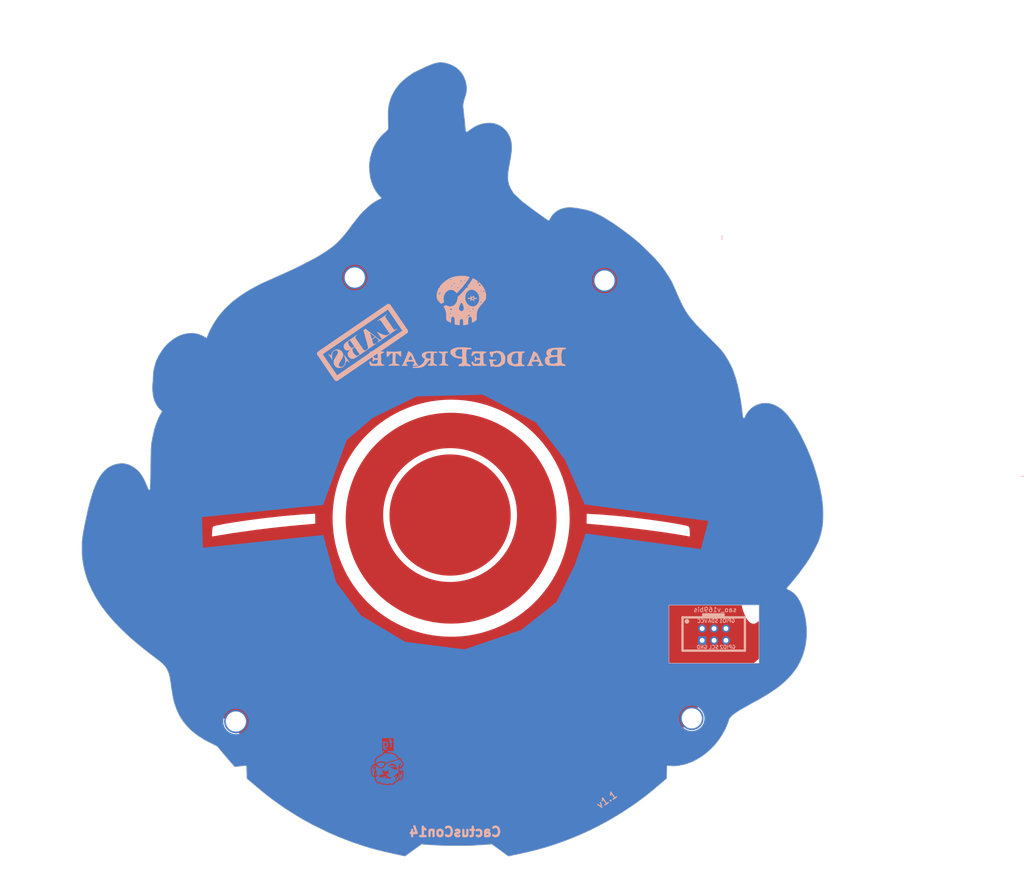
<source format=kicad_pcb>
(kicad_pcb
	(version 20241229)
	(generator "pcbnew")
	(generator_version "9.0")
	(general
		(thickness 1.58)
		(legacy_teardrops no)
	)
	(paper "USLetter")
	(title_block
		(title "CactusCon")
		(date "2025-11-23")
		(rev "v1")
		(company "BadgePirates")
		(comment 1 "OuterBoard")
	)
	(layers
		(0 "F.Cu" signal)
		(2 "B.Cu" signal)
		(9 "F.Adhes" user "F.Adhesive")
		(11 "B.Adhes" user "B.Adhesive")
		(13 "F.Paste" user)
		(15 "B.Paste" user)
		(5 "F.SilkS" user "F.Silkscreen")
		(7 "B.SilkS" user "B.Silkscreen")
		(1 "F.Mask" user)
		(3 "B.Mask" user)
		(17 "Dwgs.User" user "User.Drawings")
		(19 "Cmts.User" user "User.Comments")
		(21 "Eco1.User" user "User.Eco1")
		(23 "Eco2.User" user "User.Eco2")
		(25 "Edge.Cuts" user)
		(27 "Margin" user)
		(31 "F.CrtYd" user "F.Courtyard")
		(29 "B.CrtYd" user "B.Courtyard")
		(35 "F.Fab" user)
		(33 "B.Fab" user)
	)
	(setup
		(stackup
			(layer "F.SilkS"
				(type "Top Silk Screen")
				(color "Black")
			)
			(layer "F.Paste"
				(type "Top Solder Paste")
			)
			(layer "F.Mask"
				(type "Top Solder Mask")
				(color "White")
				(thickness 0.01)
			)
			(layer "F.Cu"
				(type "copper")
				(thickness 0.035)
			)
			(layer "dielectric 1"
				(type "core")
				(color "Polyimide")
				(thickness 1.49)
				(material "FR4")
				(epsilon_r 4.29)
				(loss_tangent 0.02)
			)
			(layer "B.Cu"
				(type "copper")
				(thickness 0.035)
			)
			(layer "B.Mask"
				(type "Bottom Solder Mask")
				(color "White")
				(thickness 0.01)
			)
			(layer "B.Paste"
				(type "Bottom Solder Paste")
			)
			(layer "B.SilkS"
				(type "Bottom Silk Screen")
				(color "Black")
			)
			(copper_finish "None")
			(dielectric_constraints yes)
		)
		(pad_to_mask_clearance 0.2)
		(allow_soldermask_bridges_in_footprints no)
		(tenting front back)
		(aux_axis_origin 218.54 159.5)
		(pcbplotparams
			(layerselection 0x00000000_00000000_55555555_575555ff)
			(plot_on_all_layers_selection 0x00000000_00000000_00000000_00000000)
			(disableapertmacros no)
			(usegerberextensions no)
			(usegerberattributes yes)
			(usegerberadvancedattributes yes)
			(creategerberjobfile yes)
			(dashed_line_dash_ratio 12.000000)
			(dashed_line_gap_ratio 3.000000)
			(svgprecision 4)
			(plotframeref no)
			(mode 1)
			(useauxorigin no)
			(hpglpennumber 1)
			(hpglpenspeed 20)
			(hpglpendiameter 15.000000)
			(pdf_front_fp_property_popups yes)
			(pdf_back_fp_property_popups yes)
			(pdf_metadata yes)
			(pdf_single_document no)
			(dxfpolygonmode yes)
			(dxfimperialunits yes)
			(dxfusepcbnewfont yes)
			(psnegative no)
			(psa4output no)
			(plot_black_and_white yes)
			(sketchpadsonfab no)
			(plotpadnumbers no)
			(hidednponfab no)
			(sketchdnponfab yes)
			(crossoutdnponfab yes)
			(subtractmaskfromsilk no)
			(outputformat 1)
			(mirror no)
			(drillshape 0)
			(scaleselection 1)
			(outputdirectory "gerbers/Outer/")
		)
	)
	(net 0 "")
	(net 1 "IO09")
	(net 2 "VCC")
	(net 3 "GND")
	(net 4 "IO08")
	(net 5 "IO01")
	(net 6 "IO02")
	(footprint (layer "F.Cu") (at 128.96436 65.5984 90))
	(footprint "BadgePirates_Logos:BPSkull_Distressed_B.SILK" (layer "F.Cu") (at 98.394591 69.868772))
	(footprint "BadgePirates:Badgelife-SAOv169-SAO_Side_B.SLK" (layer "F.Cu") (at 151.97 141.31))
	(footprint "BadgePiratesLogos:FG_B.Cu" (layer "F.Cu") (at 82.55862 169.636868))
	(footprint (layer "F.Cu") (at 50.19436 159.8234 90))
	(footprint "BadgePirates:Threaded_Standoffs" (layer "B.Cu") (at 78.69436 65.1684 -90))
	(footprint "BadgePiratesLogos:BadgePiratesLabs"
		(layer "B.Cu")
		(uuid "3e015ae4-b6d8-47b9-ba6b-4f558c1c8a21")
		(at 90.258375 51.610633 180)
		(property "Reference" "Ref**"
			(at 0 0 0)
			(layer "B.SilkS")
			(hide yes)
			(uuid "13017725-b068-4d07-8f7a-5a563f9d0313")
			(effects
				(font
					(size 1.27 1.27)
					(thickness 0.15)
				)
				(justify mirror)
			)
		)
		(property "Value" "Val**"
			(at 0 0 0)
			(layer "B.SilkS")
			(hide yes)
			(uuid "50f8e3ee-671b-4643-aa0d-1fab13b0358e")
			(effects
				(font
					(size 1.27 1.27)
					(thickness 0.15)
				)
				(justify mirror)
			)
		)
		(property "Datasheet" ""
			(at 0 0 0)
			(layer "B.Fab")
			(hide yes)
			(uuid "8d528ed3-8be6-4375-819c-2423d5c58b40")
			(effects
				(font
					(size 1.27 1.27)
					(thickness 0.15)
				)
				(justify mirror)
			)
		)
		(property "Description" ""
			(at 0 0 0)
			(layer "B.Fab")
			(hide yes)
			(uuid "8e9bbd31-abbf-4aa1-a4eb-a7415364fcbe")
			(effects
				(font
					(size 1.27 1.27)
					(thickness 0.15)
				)
				(justify mirror)
			)
		)
		(attr through_hole)
		(fp_poly
			(pts
				(xy -4.913313 -29.141793) (xy -4.750154 -29.145842) (xy -4.613512 -29.150131) (xy -4.498152 -29.154965)
				(xy -4.398841 -29.160647) (xy -4.310346 -29.167479) (xy -4.227432 -29.175765) (xy -4.144866 -29.185809)
				(xy -4.137944 -29.18672) (xy -4.045091 -29.198335) (xy -3.978479 -29.204808) (xy -3.933053 -29.206336)
				(xy -3.903756 -29.203117) (xy -3.88731 -29.196519) (xy -3.85175 -29.183834) (xy -3.791532 -29.172158)
				(xy -3.713742 -29.161962) (xy -3.625469 -29.153717) (xy -3.533798 -29.147894) (xy -3.445819 -29.144963)
				(xy -3.368617 -29.145396) (xy -3.309281 -29.149663) (xy -3.279486 -29.156135) (xy -3.258286 -29.178986)
				(xy -3.257794 -29.218693) (xy -3.277471 -29.268519) (xy -3.290094 -29.28866) (xy -3.314673 -29.318029)
				(xy -3.349163 -29.346833) (xy -3.398329 -29.378063) (xy -3.466935 -29.414709) (xy -3.559746 -29.459759)
				(xy -3.571875 -29.465468) (xy -3.674369 -29.514146) (xy -3.752512 -29.553358) (xy -3.810946 -29.586579)
				(xy -3.854313 -29.617287) (xy -3.887254 -29.648955) (xy -3.914412 -29.685059) (xy -3.940428 -29.729075)
				(xy -3.951607 -29.749773) (xy -3.977716 -29.804027) (xy -3.998057 -29.860291) (xy -4.012997 -29.922699)
				(xy -4.022906 -29.995387) (xy -4.028151 -30.082491) (xy -4.029101 -30.188144) (xy -4.026125 -30.316483)
				(xy -4.01959 -30.471642) (xy -4.018285 -30.49831) (xy -4.011761 -30.629933) (xy -4.004796 -30.770967)
				(xy -3.997852 -30.911989) (xy -3.991393 -31.043575) (xy -3.985882 -31.156303) (xy -3.984203 -31.1908)
				(xy -3.97748 -31.306692) (xy -3.969745 -31.400787) (xy -3.961315 -31.470094) (xy -3.952505 -31.511622)
				(xy -3.949584 -31.518692) (xy -3.903576 -31.600303) (xy -3.864812 -31.662867) (xy -3.835394 -31.703223)
				(xy -3.817425 -31.718206) (xy -3.816939 -31.718233) (xy -3.796371 -31.728882) (xy -3.765134 -31.755537)
				(xy -3.753439 -31.767325) (xy -3.698411 -31.819667) (xy -3.641557 -31.859716) (xy -3.57291 -31.893366)
				(xy -3.486638 -31.925131) (xy -3.357563 -31.968403) (xy -3.36184 -32.02192) (xy -3.380048 -32.088091)
				(xy -3.419445 -32.138889) (xy -3.469721 -32.165541) (xy -3.516729 -32.171426) (xy -3.575384 -32.169962)
				(xy -3.634379 -32.162484) (xy -3.682406 -32.150329) (xy -3.70585 -32.137632) (xy -3.730584 -32.126525)
				(xy -3.741208 -32.132057) (xy -3.754068 -32.136242) (xy -3.785114 -32.140236) (xy -3.835954 -32.144097)
				(xy -3.908193 -32.147888) (xy -4.003437 -32.151668) (xy -4.123293 -32.155498) (xy -4.269366 -32.159438)
				(xy -4.443263 -32.163549) (xy -4.64659 -32.16789) (xy -4.746625 -32.169906) (xy -4.837558 -32.172084)
				(xy -4.919826 -32.17475) (xy -4.987088 -32.177644) (xy -5.033002 -32.180508) (xy -5.04825 -32.182206)
				(xy -5.083462 -32.18449) (xy -5.138741 -32.183814) (xy -5.202556 -32.180338) (xy -5.207 -32.179997)
				(xy -5.26825 -32.174301) (xy -5.304632 -32.167472) (xy -5.323004 -32.157081) (xy -5.330222 -32.140697)
				(xy -5.330995 -32.136043) (xy -5.325656 -32.089189) (xy -5.302686 -32.041087) (xy -5.269532 -32.004837)
				(xy -5.250831 -31.995047) (xy -5.21959 -31.981978) (xy -5.207 -31.972704) (xy -5.18262 -31.952603)
				(xy -5.138837 -31.927112) (xy -5.086184 -31.901421) (xy -5.035193 -31.880721) (xy -5.00021 -31.870783)
				(xy -4.929525 -31.843173) (xy -4.861605 -31.787396) (xy -4.800409 -31.707017) (xy -4.78141 -31.673915)
				(xy -4.752048 -31.62244) (xy -4.724876 -31.580896) (xy -4.707126 -31.559656) (xy -4.686692 -31.529402)
				(xy -4.683125 -31.511869) (xy -4.677183 -31.479073) (xy -4.66261 -31.435088) (xy -4.659923 -31.42847)
				(xy -4.650199 -31.397354) (xy -4.644482 -31.356607) (xy -4.642475 -31.300208) (xy -4.64388 -31.222142)
				(xy -4.646498 -31.156599) (xy -4.648284 -31.083273) (xy -4.648039 -30.994468) (xy -4.646027 -30.895119)
				(xy -4.642516 -30.790159) (xy -4.63777 -30.684525) (xy -4.632055 -30.58315) (xy -4.625637 -30.490969)
				(xy -4.618781 -30.412917) (xy -4.611753 -30.353927) (xy -4.604819 -30.318935) (xy -4.601009 -30.311618)
				(xy -4.598841 -30.294259) (xy -4.610351 -30.268828) (xy -4.621588 -30.238502) (xy -4.634481 -30.184232)
				(xy -4.647841 -30.113696) (xy -4.660481 -30.034572) (xy -4.671215 -29.954537) (xy -4.678856 -29.881271)
				(xy -4.682216 -29.82245) (xy -4.682098 -29.804766) (xy -4.689774 -29.701606) (xy -4.719569 -29.616545)
				(xy -4.769445 -29.552166) (xy -4.837362 -29.511052) (xy -4.921281 -29.495788) (xy -4.926032 -29.49575)
				(xy -4.965549 -29.49278) (xy -4.989534 -29.485559) (xy -4.990367 -29.484841) (xy -5.009269 -29.474556)
				(xy -5.050431 -29.456409) (xy -5.106366 -29.433636) (xy -5.131919 -29.42368) (xy -5.195919 -29.397935)
				(xy -5.235682 -29.378117) (xy -5.257131 -29.360227) (xy -5.266187 -29.340269) (xy -5.26751 -29.332185)
				(xy -5.264973 -29.284985) (xy -5.241999 -29.245524) (xy -5.194532 -29.208772) (xy -5.147559 -29.18343)
				(xy -5.099177 -29.161388) (xy -5.057345 -29.14831) (xy -5.010972 -29.142227) (xy -4.948967 -29.141165)
				(xy -4.913313 -29.141793)
			)
			(stroke
				(width 0.01)
				(type solid)
			)
			(fill yes)
			(layer "B.SilkS")
			(uuid "5215aafb-1421-4a28-ba57-2ff135da8ea5")
		)
		(fp_poly
			(pts
				(xy 18.602572 -28.713753) (xy 18.712057 -28.733646) (xy 18.822009 -28.766741) (xy 18.884664 -28.790438)
				(xy 19.063688 -28.876817) (xy 19.219007 -28.983612) (xy 19.352192 -29.112026) (xy 19.42525 -29.204299)
				(xy 19.454141 -29.250089) (xy 19.492508 -29.318631) (xy 19.537053 -29.403613) (xy 19.584476 -29.498719)
				(xy 19.631482 -29.597636) (xy 19.63746 -29.610599) (xy 19.685052 -29.713447) (xy 19.722071 -29.79111)
				(xy 19.750773 -29.847444) (xy 19.773414 -29.886307) (xy 19.79225 -29.911556) (xy 19.809537 -29.927047)
				(xy 19.827531 -29.93664) (xy 19.828341 -29.936973) (xy 19.874745 -29.94878) (xy 19.920551 -29.943366)
				(xy 19.970168 -29.91845) (xy 20.028007 -29.871749) (xy 20.09848 -29.800983) (xy 20.105262 -29.793711)
				(xy 20.224568 -29.66529) (xy 20.260378 -29.695444) (xy 20.287558 -29.717831) (xy 20.301389 -29.728324)
				(xy 20.294653 -29.741826) (xy 20.271706 -29.778005) (xy 20.234768 -29.833684) (xy 20.186061 -29.905689)
				(xy 20.127805 -29.990843) (xy 20.062222 -30.085971) (xy 19.99153 -30.187898) (xy 19.917952 -30.293447)
				(xy 19.843708 -30.399442) (xy 19.771019 -30.502709) (xy 19.702105 -30.600071) (xy 19.639187 -30.688353)
				(xy 19.584485 -30.764379) (xy 19.540221 -30.824974) (xy 19.508615 -30.866961) (xy 19.491888 -30.887165)
				(xy 19.490104 -30.888503) (xy 19.463161 -30.882584) (xy 19.441177 -30.869614) (xy 19.429937 -30.859374)
				(xy 19.423811 -30.845984) (xy 19.42344 -30.824256) (xy 19.429463 -30.789005) (xy 19.442519 -30.735042)
				(xy 19.463248 -30.657179) (xy 19.470791 -30.629368) (xy 19.512728 -30.448527) (xy 19.535732 -30.278566)
				(xy 19.540803 -30.106904) (xy 19.528941 -29.920964) (xy 19.52791 -29.910961) (xy 19.496999 -29.708183)
				(xy 19.44897 -29.530514) (xy 19.383013 -29.375823) (xy 19.298321 -29.24198) (xy 19.25355 -29.187611)
				(xy 19.14517 -29.081833) (xy 19.03108 -28.999157) (xy 18.914322 -28.939801) (xy 18.797942 -28.903987)
				(xy 18.684986 -28.891933) (xy 18.578497 -28.90386) (xy 18.481521 -28.939986) (xy 18.397102 -29.000532)
				(xy 18.328286 -29.085717) (xy 18.309402 -29.119505) (xy 18.270099 -29.226932) (xy 18.259491 -29.33984)
				(xy 18.277343 -29.462271) (xy 18.287181 -29.498048) (xy 18.308463 -29.562112) (xy 18.334732 -29.626667)
				(xy 18.368456 -29.69634) (xy 18.412105 -29.775756) (xy 18.46815 -29.869541) (xy 18.539061 -29.982322)
				(xy 18.578371 -30.043431) (xy 18.640855 -30.141197) (xy 18.710547 -30.252111) (xy 18.779756 -30.363827)
				(xy 18.840792 -30.464001) (xy 18.851926 -30.482539) (xy 18.940169 -30.632861) (xy 19.011585 -30.762253)
				(xy 19.067862 -30.875574) (xy 19.110693 -30.977684) (xy 19.141767 -31.073442) (xy 19.162774 -31.167709)
				(xy 19.175406 -31.265344) (xy 19.181353 -31.371206) (xy 19.182373 -31.4325) (xy 19.180588 -31.556313)
				(xy 19.17203 -31.659071) (xy 19.154499 -31.751138) (xy 19.125794 -31.842879) (xy 19.083713 -31.944656)
				(xy 19.064917 -31.98564) (xy 18.966597 -32.164252) (xy 18.850755 -32.317148) (xy 18.71798 -32.443805)
				(xy 18.568865 -32.543701) (xy 18.403999 -32.616315) (xy 18.32452 -32.640031) (xy 18.229066 -32.658633)
				(xy 18.114123 -32.671906) (xy 17.991604 -32.679198) (xy 17.873423 -32.679859) (xy 17.771494 -32.673238)
				(xy 17.75508 -32.671122) (xy 17.554686 -32.627389) (xy 17.365401 -32.555666) (xy 17.190393 -32.457792)
				(xy 17.032826 -32.335607) (xy 16.895868 -32.190951) (xy 16.868688 -32.156122) (xy 16.797512 -32.052575)
				(xy 16.730323 -31.935228) (xy 16.664316 -31.79863) (xy 16.596683 -31.63733) (xy 16.581378 -31.598172)
				(xy 16.534732 -31.479362) (xy 16.496383 -31.386856) (xy 16.464272 -31.316947) (xy 16.436341 -31.265925)
				(xy 16.410531 -31.23008) (xy 16.384784 -31.205706) (xy 16.35704 -31.189091) (xy 16.353397 -31.187405)
				(xy 16.309392 -31.170887) (xy 16.269824 -31.165857) (xy 16.230224 -31.174552) (xy 16.186123 -31.199211)
				(xy 16.133052 -31.242071) (xy 16.066541 -31.305371) (xy 16.016208 -31.356259) (xy 15.951087 -31.422497)
				(xy 15.903959 -31.468691) (xy 15.870909 -31.497777) (xy 15.848022 -31.512691) (xy 15.831383 -31.51637)
				(xy 15.817075 -31.511749) (xy 15.812444 -31.509056) (xy 15.788742 -31.484751) (xy 15.784541 -31.46425)
				(xy 15.79497 -31.445329) (xy 15.82155 -31.403633) (xy 15.862341 -31.341954) (xy 15.915399 -31.263082)
				(xy 15.978784 -31.16981) (xy 16.050554 -31.064928) (xy 16.128769 -30.951229) (xy 16.211485 -30.831504)
				(xy 16.296762 -30.708545) (xy 16.382659 -30.585142) (xy 16.467233 -30.464088) (xy 16.548544 -30.348173)
				(xy 16.624649 -30.24019) (xy 16.693608 -30.142931) (xy 16.753479 -30.059185) (xy 16.80232 -29.991746)
				(xy 16.83819 -29.943404) (xy 16.859147 -29.916952) (xy 16.863607 -29.912746) (xy 16.890789 -29.918627)
				(xy 16.911425 -29.930796) (xy 16.921162 -29.940321) (xy 16.926023 -29.953729) (xy 16.925061 -29.975545)
				(xy 16.917327 -30.010293) (xy 16.901874 -30.062497) (xy 16.877754 -30.136681) (xy 16.852454 -30.2123)
				(xy 16.788319 -30.419946) (xy 16.741568 -30.612547) (xy 16.710252 -30.80024) (xy 16.692418 -30.993163)
				(xy 16.689094 -31.061393) (xy 16.686872 -31.223234) (xy 16.694674 -31.36443) (xy 16.713747 -31.494851)
				(xy 16.745341 -31.624366) (xy 16.770543 -31.704899) (xy 16.813235 -31.820216) (xy 16.860004 -31.918059)
				(xy 16.916404 -32.007196) (xy 16.987994 -32.096395) (xy 17.08033 -32.194426) (xy 17.081462 -32.195566)
				(xy 17.178788 -32.288453) (xy 17.264638 -32.35764) (xy 17.344821 -32.406062) (xy 17.425143 -32.436653)
				(xy 17.511411 -32.452347) (xy 17.597199 -32.456165) (xy 17.697508 -32.451063) (xy 17.776075 -32.433826)
				(xy 17.841727 -32.400901) (xy 17.90329 -32.348738) (xy 17.927239 -32.323364) (xy 18.003742 -32.219311)
				(xy 18.053191 -32.108339) (xy 18.074188 -31.994816) (xy 18.066453 -31.888324) (xy 18.054623 -31.840451)
				(xy 18.037819 -31.790363) (xy 18.014236 -31.734633) (xy 17.982067 -31.669836) (xy 17.939506 -31.592545)
				(xy 17.884747 -31.499334) (xy 17.815983 -31.386777) (xy 17.731409 -31.251448) (xy 17.727048 -31.244524)
				(xy 17.581941 -31.009813) (xy 17.456978 -30.798263) (xy 17.351676 -30.608895) (xy 17.265553 -30.440735)
				(xy 17.198126 -30.292805) (xy 17.148911 -30.164128) (xy 17.117427 -30.053727) (xy 17.10581 -29.987875)
				(xy 17.104121 -29.856145) (xy 17.127955 -29.714676) (xy 17.174558 -29.568169) (xy 17.241176 -29.421326)
				(xy 17.325055 -29.278848) (xy 17.423443 -29.145438) (xy 17.533585 -29.025796) (xy 17.652728 -28.924625)
				(xy 17.772496 -28.849512) (xy 17.892897 -28.793142) (xy 18.008838 -28.753005) (xy 18.130451 -28.726575)
				(xy 18.267866 -28.711328) (xy 18.343562 -28.707194) (xy 18.483193 -28.705466) (xy 18.602572 -28.713753)
			)
			(stroke
				(width 0.01)
				(type solid)
			)
			(fill yes)
			(layer "B.SilkS")
			(uuid "3c7af9ca-7ced-4bbb-8f50-2dc9bab19a6f")
		)
		(fp_poly
			(pts
				(xy 5.017802 -29.057414) (xy 5.042758 -29.076934) (xy 5.061714 -29.098671) (xy 5.079192 -29.119317)
				(xy 5.09524 -29.133886) (xy 5.115162 -29.143059) (xy 5.144264 -29.147519) (xy 5.187851 -29.147947)
				(xy 5.251228 -29.145025) (xy 5.339701 -29.139434) (xy 5.36575 -29.137739) (xy 5.454468 -29.133555)
				(xy 5.521271 -29.134708) (xy 5.575631 -29.141736) (xy 5.616659 -29.151991) (xy 5.686192 -29.1669)
				(xy 5.778415 -29.178447) (xy 5.884402 -29.186159) (xy 5.995224 -29.189564) (xy 6.101954 -29.188191)
				(xy 6.189426 -29.182244) (xy 6.255949 -29.176059) (xy 6.298624 -29.174923) (xy 6.325053 -29.179533)
				(xy 6.342839 -29.190583) (xy 6.349129 -29.196847) (xy 6.373167 -29.215033) (xy 6.403379 -29.216014)
				(xy 6.430328 -29.209224) (xy 6.46407 -29.20334) (xy 6.523056 -29.197242) (xy 6.600788 -29.191436)
				(xy 6.690768 -29.186423) (xy 6.76275 -29.183474) (xy 6.890779 -29.177715) (xy 6.987242 -29.170358)
				(xy 7.052282 -29.161388) (xy 7.08343 -29.152256) (xy 7.14284 -29.132478) (xy 7.187863 -29.139807)
				(xy 7.210934 -29.162375) (xy 7.243462 -29.187739) (xy 7.288786 -29.191762) (xy 7.335626 -29.173801)
				(xy 7.341252 -29.169807) (xy 7.378736 -29.154864) (xy 7.436863 -29.147122) (xy 7.46055 -29.1465)
				(xy 7.554271 -29.135449) (xy 7.608271 -29.11475) (xy 7.666325 -29.089517) (xy 7.712239 -29.087168)
				(xy 7.756941 -29.10877) (xy 7.785913 -29.132075) (xy 7.819973 -29.167793) (xy 7.84462 -29.21005)
				(xy 7.862308 -29.265758) (xy 7.875489 -29.341831) (xy 7.88276 -29.405072) (xy 7.887517 -29.465336)
				(xy 7.885853 -29.503629) (xy 7.876519 -29.529305) (xy 7.864007 -29.545608) (xy 7.85416 -29.559065)
				(xy 7.846616 -29.577715) (xy 7.840989 -29.605834) (xy 7.836889 -29.647694) (xy 7.833928 -29.707568)
				(xy 7.831719 -29.789729) (xy 7.829873 -29.898451) (xy 7.829487 -29.925624) (xy 7.824662 -30.272863)
				(xy 7.763598 -30.291158) (xy 7.692779 -30.302813) (xy 7.623652 -30.297842) (xy 7.563036 -30.278713)
				(xy 7.51775 -30.247892) (xy 7.494612 -30.207849) (xy 7.493 -30.193237) (xy 7.486555 -30.167321)
				(xy 7.465299 -30.133492) (xy 7.426349 -30.088155) (xy 7.366823 -30.027717) (xy 7.337472 -29.999338)
				(xy 7.290043 -29.947602) (xy 7.241489 -29.884888) (xy 7.215467 -29.845847) (xy 7.140115 -29.742366)
				(xy 7.053351 -29.657276) (xy 6.961577 -29.596668) (xy 6.945312 -29.588958) (xy 6.892421 -29.571518)
				(xy 6.825227 -29.557787) (xy 6.752618 -29.548567) (xy 6.683481 -29.544659) (xy 6.626705 -29.546861)
				(xy 6.591179 -29.555976) (xy 6.589663 -29.55693) (xy 6.584222 -29.564434) (xy 6.580021 -29.580534)
				(xy 6.577045 -29.607983) (xy 6.575281 -29.649532) (xy 6.574714 -29.707932) (xy 6.575329 -29.785933)
				(xy 6.577112 -29.886287) (xy 6.580049 -30.011745) (xy 6.584125 -30.165058) (xy 6.586116 -30.236376)
				(xy 6.590062 -30.381839) (xy 6.59352 -30.520126) (xy 6.596416 -30.64741) (xy 6.598674 -30.759863)
				(xy 6.600221 -30.85366) (xy 6.600983 -30.924972) (xy 6.600883 -30.969973) (xy 6.60057 -30.980062)
				(xy 6.59902 -31.024814) (xy 6.597704 -31.093104) (xy 6.596735 -31.176719) (xy 6.596227 -31.267447)
				(xy 6.596179 -31.297562) (xy 6.596376 -31.389874) (xy 6.597683 -31.457) (xy 6.601021 -31.505503)
				(xy 6.607311 -31.541946) (xy 6.617471 -31.572891) (xy 6.632421 -31.604903) (xy 6.641792 -31.623)
				(xy 6.690016 -31.708447) (xy 6.734465 -31.769727) (xy 6.78121 -31.812857) (xy 6.836318 -31.843856)
				(xy 6.881989 -31.861183) (xy 6.947778 -31.878941) (xy 7.029746 -31.895259) (xy 7.112358 -31.907141)
				(xy 7.129141 -31.908868) (xy 7.197053 -31.917295) (xy 7.25426 -31.928174) (xy 7.292076 -31.939706)
				(xy 7.30004 -31.944273) (xy 7.334526 -31.96694) (xy 7.369968 -31.984715) (xy 7.398071 -32.001139)
				(xy 7.410645 -32.025883) (xy 7.413503 -32.070482) (xy 7.413502 -32.071128) (xy 7.410468 -32.116137)
				(xy 7.39613 -32.143726) (xy 7.362319 -32.167823) (xy 7.353971 -32.172617) (xy 7.326204 -32.187039)
				(xy 7.299403 -32.195897) (xy 7.266254 -32.199769) (xy 7.219443 -32.199236) (xy 7.151656 -32.194878)
				(xy 7.112 -32.191794) (xy 7.055489 -32.188904) (xy 6.970761 -32.18677) (xy 6.861335 -32.185373)
				(xy 6.730735 -32.184692) (xy 6.582481 -32.184709) (xy 6.420097 -32.185402) (xy 6.247103 -32.186753)
				(xy 6.067021 -32.188742) (xy 5.883374 -32.191349) (xy 5.699684 -32.194554) (xy 5.519471 -32.198337)
				(xy 5.392143 -32.201453) (xy 5.300064 -32.203532) (xy 5.234316 -32.203856) (xy 5.189508 -32.201934)
				(xy 5.160245 -32.197275) (xy 5.141134 -32.189388) (xy 5.126784 -32.177781) (xy 5.126236 -32.177236)
				(xy 5.102241 -32.134219) (xy 5.095506 -32.078584) (xy 5.10438 -32.02092) (xy 5.127208 -31.971818)
				(xy 5.162337 -31.941868) (xy 5.163025 -31.941589) (xy 5.193978 -31.93081) (xy 5.246333 -31.91414)
				(xy 5.310974 -31.894446) (xy 5.341937 -31.885276) (xy 5.48752 -31.841754) (xy 5.616722 -31.801507)
				(xy 5.726768 -31.765475) (xy 5.814884 -31.7346) (xy 5.878298 -31.709824) (xy 5.914234 -31.692088)
				(xy 5.917228 -31.689982) (xy 5.93129 -31.677663) (xy 5.940937 -31.662376) (xy 5.946875 -31.638593)
				(xy 5.949814 -31.600788) (xy 5.950461 -31.543432) (xy 5.949524 -31.460998) (xy 5.9492 -31.440437)
				(xy 5.9483 -31.347948) (xy 5.949444 -31.280763) (xy 5.953228 -31.232467) (xy 5.960252 -31.196649)
				(xy 5.971112 -31.166894) (xy 5.975568 -31.157457) (xy 5.990216 -31.123715) (xy 5.99728 -31.091592)
				(xy 5.997385 -31.051246) (xy 5.991157 -30.992836) (xy 5.987687 -30.966957) (xy 5.980624 -30.906059)
				(xy 5.972695 -30.822221) (xy 5.964641 -30.724211) (xy 5.957202 -30.620798) (xy 5.953315 -30.559375)
				(xy 5.948134 -30.469804) (xy 5.94239 -30.366073) (xy 5.936329 -30.253072) (xy 5.930196 -30.135695)
				(xy 5.924236 -30.018833) (xy 5.918694 -29.90738) (xy 5.913816 -29.806229) (xy 5.909848 -29.72027)
				(xy 5.907034 -29.654398) (xy 5.905619 -29.613504) (xy 5.9055 -29.605617) (xy 5.896524 -29.580167)
				(xy 5.867678 -29.568746) (xy 5.816082 -29.5711) (xy 5.738858 -29.586972) (xy 5.727459 -29.589843)
				(xy 5.624966 -29.620406) (xy 5.53734 -29.657771) (xy 5.456157 -29.706944) (xy 5.372994 -29.772935)
				(xy 5.291036 -29.849334) (xy 5.204391 -29.940321) (xy 5.137996 -30.023258) (xy 5.093861 -30.095258)
				(xy 5.073997 -30.153431) (xy 5.07314 -30.1625) (xy 5.05698 -30.178878) (xy 5.011974 -30.192194)
				(xy 4.940921 -30.201956) (xy 4.846621 -30.207667) (xy 4.8122 -30.208555) (xy 4.726962 -30.210125)
				(xy 4.736758 -30.055343) (xy 4.741226 -29.967423) (xy 4.744951 -29.860652) (xy 4.747825 -29.742858)
				(xy 4.749739 -29.621871) (xy 4.750583 -29.505521) (xy 4.750249 -29.401636) (xy 4.748628 -29.318048)
				(xy 4.747424 -29.288636) (xy 4.747219 -29.2294) (xy 4.752057 -29.179108) (xy 4.759568 -29.151977)
				(xy 4.802785 -29.103773) (xy 4.870855 -29.070366) (xy 4.938716 -29.056039) (xy 4.987445 -29.051948)
				(xy 5.017802 -29.057414)
			)
			(stroke
				(width 0.01)
				(type solid)
			)
			(fill yes)
			(layer "B.SilkS")
			(uuid "f0167361-7a2f-49a3-a472-d16cf500882c")
		)
		(fp_poly
			(pts
				(xy -7.975547 -28.25063) (xy -7.96698 -28.251252) (xy -7.940653 -28.253623) (xy -7.887717 -28.257)
				(xy -7.813285 -28.261106) (xy -7.722474 -28.265666) (xy -7.620397 -28.270406) (xy -7.571589 -28.272547)
				(xy -7.451527 -28.278011) (xy -7.356572 -28.28333) (xy -7.280096 -28.289327) (xy -7.215471 -28.29682)
				(xy -7.156067 -28.306631) (xy -7.095257 -28.319578) (xy -7.026413 -28.336482) (xy -7.000089 -28.343253)
				(xy -6.906724 -28.368449) (xy -6.81002 -28.396271) (xy -6.721344 -28.423353) (xy -6.652063 -28.446326)
				(xy -6.651625 -28.446481) (xy -6.568918 -28.475885) (xy -6.477013 -28.508583) (xy -6.394565 -28.537939)
				(xy -6.387764 -28.540362) (xy -6.316173 -28.569716) (xy -6.245501 -28.605058) (xy -6.189469 -28.63943)
				(xy -6.183075 -28.644148) (xy -6.135945 -28.675586) (xy -6.093038 -28.696597) (xy -6.070458 -28.702)
				(xy -6.030809 -28.714535) (xy -5.983418 -28.747367) (xy -5.936481 -28.793333) (xy -5.898196 -28.845272)
				(xy -5.890479 -28.859246) (xy -5.846744 -28.963288) (xy -5.811576 -29.08244) (xy -5.786791 -29.20689)
				(xy -5.774204 -29.326824) (xy -5.77563 -29.432429) (xy -5.779211 -29.46078) (xy -5.81259 -29.590203)
				(xy -5.868063 -29.714647) (xy -5.941097 -29.826243) (xy -6.02716 -29.917122) (xy -6.054721 -29.93908)
				(xy -6.101806 -29.977889) (xy -6.140406 -30.016819) (xy -6.158214 -30.041013) (xy -6.180548 -30.071069)
				(xy -6.201505 -30.083125) (xy -6.224201 -30.095259) (xy -6.248977 -30.123886) (xy -6.276123 -30.150942)
				(xy -6.322676 -30.184124) (xy -6.379028 -30.216657) (xy -6.384506 -30.219449) (xy -6.450022 -30.257091)
				(xy -6.514731 -30.301825) (xy -6.561806 -30.341406) (xy -6.619758 -30.388861) (xy -6.693915 -30.436544)
				(xy -6.773755 -30.478766) (xy -6.848752 -30.509836) (xy -6.897082 -30.522664) (xy -6.964311 -30.51819)
				(xy -6.996704 -30.503751) (xy -7.029069 -30.486829) (xy -7.050669 -30.487961) (xy -7.07635 -30.50933)
				(xy -7.083589 -30.516532) (xy -7.140623 -30.552497) (xy -7.201289 -30.567225) (xy -7.266637 -30.579142)
				(xy -7.333898 -30.595998) (xy -7.350125 -30.600993) (xy -7.394034 -30.610535) (xy -7.465061 -30.619996)
				(xy -7.558578 -30.628899) (xy -7.669958 -30.636767) (xy -7.731125 -30.640177) (xy -7.835175 -30.645804)
				(xy -7.935786 -30.651814) (xy -8.025783 -30.657736) (xy -8.097991 -30.663098) (xy -8.143267 -30.667212)
				(xy -8.198605 -30.674018) (xy -8.230431 -30.682278) (xy -8.246821 -30.696661) (xy -8.25585 -30.721838)
				(xy -8.258751 -30.734) (xy -8.265708 -30.77713) (xy -8.272102 -30.839414) (xy -8.276672 -30.908264)
				(xy -8.277046 -30.916562) (xy -8.281556 -30.997888) (xy -8.288065 -31.086092) (xy -8.294709 -31.157554)
				(xy -8.300127 -31.221588) (xy -8.298735 -31.26597) (xy -8.289169 -31.302326) (xy -8.273874 -31.33506)
				(xy -8.249748 -31.401952) (xy -8.249563 -31.452767) (xy -8.245597 -31.520367) (xy -8.21563 -31.584096)
				(xy -8.164691 -31.633365) (xy -8.163389 -31.634196) (xy -8.12576 -31.660812) (xy -8.078572 -31.697862)
				(xy -8.054152 -31.718319) (xy -7.989572 -31.766011) (xy -7.912948 -31.810832) (xy -7.835534 -31.846977)
				(xy -7.768581 -31.868644) (xy -7.759226 -31.870441) (xy -7.69586 -31.881996) (xy -7.653532 -31.893661)
				(xy -7.621793 -31.909614) (xy -7.590192 -31.934032) (xy -7.581719 -31.941394) (xy -7.545514 -31.981213)
				(xy -7.520879 -32.022943) (xy -7.516959 -32.035086) (xy -7.515601 -32.097631) (xy -7.532193 -32.167378)
				(xy -7.562249 -32.229064) (xy -7.580695 -32.251887) (xy -7.60616 -32.27275) (xy -7.636402 -32.284254)
				(xy -7.681409 -32.288989) (xy -7.726435 -32.289661) (xy -7.792799 -32.287045) (xy -7.85594 -32.280339)
				(xy -7.894927 -32.272741) (xy -7.942611 -32.26385) (xy -7.97245 -32.270616) (xy -7.978339 -32.27483)
				(xy -8.008073 -32.287275) (xy -8.061534 -32.293541) (xy -8.141491 -32.293809) (xy -8.216194 -32.290438)
				(xy -8.295115 -32.294834) (xy -8.346374 -32.311558) (xy -8.415291 -32.334588) (xy -8.489706 -32.333154)
				(xy -8.5746 -32.306697) (xy -8.630713 -32.279607) (xy -8.739188 -32.22184) (xy -9.009063 -32.242066)
				(xy -9.116387 -32.250005) (xy -9.229649 -32.258207) (xy -9.337865 -32.265887) (xy -9.430048 -32.272261)
				(xy -9.4615 -32.274371) (xy -9.540513 -32.280723) (xy -9.613255 -32.288578) (xy -9.670663 -32.296846)
				(xy -9.699625 -32.303072) (xy -9.743502 -32.310323) (xy -9.808549 -32.314128) (xy -9.88436 -32.314329)
				(xy -9.960526 -32.310766) (xy -9.994964 -32.307582) (xy -10.017498 -32.296243) (xy -10.049727 -32.271026)
				(xy -10.054495 -32.266695) (xy -10.085627 -32.219451) (xy -10.098397 -32.160108) (xy -10.092207 -32.100725)
				(xy -10.066457 -32.05336) (xy -10.065153 -32.052027) (xy -10.026592 -32.023115) (xy -9.962784 -31.98661)
				(xy -9.878612 -31.944929) (xy -9.77896 -31.900489) (xy -9.668711 -31.855708) (xy -9.667875 -31.855384)
				(xy -9.546863 -31.805297) (xy -9.445569 -31.756734) (xy -9.367201 -31.711448) (xy -9.314968 -31.671191)
				(xy -9.300533 -31.65475) (xy -9.280669 -31.611307) (xy -9.262523 -31.542327) (xy -9.246957 -31.454009)
				(xy -9.234829 -31.352554) (xy -9.227 -31.244162) (xy -9.22433 -31.135033) (xy -9.224591 -31.107062)
				(xy -9.224692 -30.997222) (xy -9.221788 -30.876898) (xy -9.216307 -30.752211) (xy -9.208682 -30.629279)
				(xy -9.199342 -30.514223) (xy -9.188717 -30.413161) (xy -9.177239 -30.332215) (xy -9.166519 -30.281562)
				(xy -9.139681 -30.141387) (xy -9.131324 -29.982478) (xy -9.13226 -29.967238) (xy -8.295578 -29.967238)
				(xy -8.294049 -30.014626) (xy -8.288165 -30.084064) (xy -8.286769 -30.09881) (xy -8.279466 -30.167889)
				(xy -8.272054 -30.225285) (xy -8.265574 -30.263522) (xy -8.262273 -30.2747) (xy -8.242898 -30.281375)
				(xy -8.199481 -30.28584) (xy -8.139652 -30.288108) (xy -8.07104 -30.288191) (xy -8.001275 -30.286104)
				(xy -7.937988 -30.281858) (xy -7.888809 -30.275466) (xy -7.881938 -30.274065) (xy -7.839219 -30.264983)
				(xy -7.775395 -30.25186) (xy -7.700524 -30.236751) (xy -7.65175 -30.227046) (xy -7.501978 -30.197318)
				(xy -7.380133 -30.17256) (xy -7.282989 -30.151614) (xy -7.207317 -30.133327) (xy -7.149893 -30.116542)
				(xy -7.107488 -30.100105) (xy -7.076876 -30.082861) (xy -7.054831 -30.063654) (xy -7.038124 -30.041329)
				(xy -7.023531 -30.014731) (xy -7.01601 -29.999452) (xy -6.988264 -29.944535) (xy -6.952023 -29.875549)
				(xy -6.914428 -29.806058) (xy -6.908803 -29.795869) (xy -6.864919 -29.707044) (xy -6.830274 -29.617902)
				(xy -6.806566 -29.534791) (xy -6.795493 -29.464058) (xy -6.798752 -29.41205) (xy -6.803049 -29.4005)
				(xy -6.819641 -29.36009) (xy -6.837106 -29.307014) (xy -6.842091 -29.289375) (xy -6.87186 -29.221475)
				(xy -6.921925 -29.152897) (xy -6.927758 -29.1465) (xy -6.98672 -29.0782) (xy -7.039553 -29.007881)
				(xy -7.08122 -28.94292) (xy -7.106685 -28.890694) (xy -7.110281 -28.879142) (xy -7.134737 -28.842628)
				(xy -7.188818 -28.804899) (xy -7.270479 -28.766964) (xy -7.377673 -28.729835) (xy -7.458797 -28.706945)
				(xy -7.531507 -28.69126) (xy -7.61716 -28.678123) (xy -7.711139 -28.667652) (xy -7.808826 -28.659962)
				(xy -7.905602 -28.65517) (xy -7.99685 -28.653394) (xy -8.077951 -28.654749) (xy -8.144289 -28.659353)
				(xy -8.191245 -28.667321) (xy -8.214201 -28.678771) (xy -8.214241 -28.687859) (xy -8.216639 -28.709301)
				(xy -8.234046 -28.745269) (xy -8.246387 -28.764525) (xy -8.288425 -28.825185) (xy -8.271557 -29.116811)
				(xy -8.264762 -29.260391) (xy -8.262772 -29.374002) (xy -8.265585 -29.459059) (xy -8.270627 -29.503687)
				(xy -8.283665 -29.603815) (xy -8.284496 -29.680121) (xy -8.272874 -29.738194) (xy -8.25906 -29.767915)
				(xy -8.242922 -29.798694) (xy -8.240848 -29.822655) (xy -8.253794 -29.853281) (xy -8.266743 -29.876255)
				(xy -8.282656 -29.906165) (xy -8.292024 -29.933788) (xy -8.295578 -29.967238) (xy -9.13226 -29.967238)
				(xy -9.141791 -29.812161) (xy -9.143735 -29.79599) (xy -9.152926 -29.704417) (xy -9.154042 -29.637028)
				(xy -9.147154 -29.587318) (xy -9.146107 -29.583354) (xy -9.13927 -29.547495) (xy -9.139682 -29.507815)
				(xy -9.148212 -29.455666) (xy -9.165735 -29.382399) (xy -9.166775 -29.378364) (xy -9.185601 -29.293075)
				(xy -9.201511 -29.198586) (xy -9.211552 -29.112919) (xy -9.212569 -29.098875) (xy -9.219555 -29.027962)
				(xy -9.230461 -28.961695) (xy -9.243182 -28.912284) (xy -9.246004 -28.904916) (xy -9.262653 -28.85357)
				(xy -9.270829 -28.804746) (xy -9.271 -28.798829) (xy -9.280181 -28.757755) (xy -9.298782 -28.743899)
				(xy -9.352961 -28.73374) (xy -9.437511 -28.72515) (xy -9.551089 -28.718217) (xy -9.692349 -28.713035)
				(xy -9.786938 -28.710858) (xy -9.937961 -28.705961) (xy -10.05914 -28.696826) (xy -10.152222 -28.682403)
				(xy -10.21895 -28.66164) (xy -10.261073 -28.633487) (xy -10.280334 -28.596895) (xy -10.27848 -28.550813)
				(xy -10.257257 -28.494191) (xy -10.229813 -28.444397) (xy -10.186926 -28.373396) (xy -9.915495 -28.363577)
				(xy -9.806144 -28.357951) (xy -9.677392 -28.348674) (xy -9.541242 -28.336769) (xy -9.409695 -28.323255)
				(xy -9.328735 -28.313635) (xy -9.205867 -28.29924) (xy -9.081914 -28.287452) (xy -8.950332 -28.277839)
				(xy -8.804574 -28.269967) (xy -8.638096 -28.263404) (xy -8.508902 -28.259445) (xy -8.383864 -28.256171)
				(xy -8.267752 -28.253535) (xy -8.164716 -28.251601) (xy -8.078903 -28.25043) (xy -8.014464 -28.250086)
				(xy -7.975547 -28.25063)
			)
			(stroke
				(width 0.01)
				(type solid)
			)
			(fill yes)
			(layer "B.SilkS")
			(uuid "8f1bce0b-53ea-4921-b031-e2bbe6f93ffb")
		)
		(fp_poly
			(pts
				(xy -15.605509 -28.983812) (xy -15.568197 -29.010395) (xy -15.540753 -29.032252) (xy -15.510975 -29.044657)
				(xy -15.468838 -29.050213) (xy -15.409839 -29.051516) (xy -15.332706 -29.055504) (xy -15.241409 -29.067674)
				(xy -15.13141 -29.088832) (xy -14.998168 -29.119788) (xy -14.930438 -29.136868) (xy -14.788368 -29.172022)
				(xy -14.672615 -29.197301) (xy -14.579451 -29.213095) (xy -14.505148 -29.219794) (xy -14.445979 -29.217788)
				(xy -14.398215 -29.207465) (xy -14.369526 -29.195477) (xy -14.305411 -29.169341) (xy -14.256626 -29.167169)
				(xy -14.218572 -29.191115) (xy -14.18665 -29.24333) (xy -14.16835 -29.289623) (xy -14.153552 -29.344622)
				(xy -14.15527 -29.385415) (xy -14.160146 -29.39996) (xy -14.168125 -29.457669) (xy -14.160805 -29.495109)
				(xy -14.152995 -29.543941) (xy -14.160654 -29.565753) (xy -14.174902 -29.594747) (xy -14.176375 -29.606965)
				(xy -14.1854 -29.635007) (xy -14.207951 -29.674121) (xy -14.217166 -29.687134) (xy -14.250319 -29.737463)
				(xy -14.278721 -29.79) (xy -14.282052 -29.797375) (xy -14.305692 -29.855128) (xy -14.333404 -29.927743)
				(xy -14.362241 -30.006902) (xy -14.389259 -30.084288) (xy -14.411509 -30.151583) (xy -14.426046 -30.200468)
				(xy -14.428693 -30.211348) (xy -14.443062 -30.264504) (xy -14.460885 -30.29309) (xy -14.488257 -30.304176)
				(xy -14.50975 -30.305375) (xy -14.546061 -30.310364) (xy -14.565313 -30.32125) (xy -14.59006 -30.333774)
				(xy -14.637731 -30.336062) (xy -14.701212 -30.328166) (xy -14.738478 -30.319961) (xy -14.806641 -30.302798)
				(xy -14.823695 -30.098951) (xy -14.834673 -29.99106) (xy -14.847489 -29.910904) (xy -14.862868 -29.854488)
				(xy -14.871542 -29.834334) (xy -14.906927 -29.764967) (xy -14.933975 -29.713479) (xy -14.958413 -29.669285)
				(xy -14.985971 -29.6218) (xy -14.993103 -29.609721) (xy -15.017606 -29.571781) (xy -15.042747 -29.545152)
				(xy -15.074537 -29.527839) (xy -15.118988 -29.517847) (xy -15.182112 -29.513179) (xy -15.269918 -29.51184)
				(xy -15.288062 -29.511799) (xy -15.38289 -29.506846) (xy -15.448221 -29.492085) (xy -15.484841 -29.467238)
				(xy -15.494 -29.439287) (xy -15.493982 -29.427928) (xy -15.49767 -29.421) (xy -15.51068 -29.41828)
				(xy -15.53863 -29.419544) (xy -15.587135 -29.424569) (xy -15.658449 -29.432747) (xy -15.72565 -29.441906)
				(xy -15.783576 -29.452438) (xy -15.822832 -29.462537) (xy -15.83086 -29.465865) (xy -15.861765 -29.478533)
				(xy -15.912536 -29.495543) (xy -15.972307 -29.513261) (xy -15.973629 -29.513628) (xy -16.05888 -29.539831)
				(xy -16.12678 -29.568458) (xy -16.18642 -29.605139) (xy -16.246889 -29.655503) (xy -16.317275 -29.72518)
				(xy -16.320356 -29.728376) (xy -16.390153 -29.801562) (xy -16.441056 -29.858626) (xy -16.476343 -29.90617)
				(xy -16.499293 -29.950798) (xy -16.513185 -29.999111) (xy -16.521296 -30.057713) (xy -16.526907 -30.133206)
				(xy -16.527708 -30.145953) (xy -16.536716 -30.251753) (xy -16.549564 -30.333428) (xy -16.567553 -30.3985)
				(xy -16.574574 -30.416962) (xy -16.587936 -30.45345) (xy -16.597854 -30.49168) (xy -16.605034 -30.537675)
				(xy -16.610182 -30.597458) (xy -16.614004 -30.677054) (xy -16.617149 -30.780282) (xy -16.624365 -31.056752)
				(xy -16.559767 -31.256532) (xy -16.534827 -31.334843) (xy -16.513044 -31.40544) (xy -16.496581 -31.461158)
				(xy -16.487601 -31.494831) (xy -16.48709 -31.497247) (xy -16.467734 -31.534759) (xy -16.442912 -31.554643)
				(xy -16.416051 -31.572087) (xy -16.372972 -31.605715) (xy -16.320593 -31.649969) (xy -16.286383 -31.680396)
				(xy -16.225614 -31.732215) (xy -16.163265 -31.779871) (xy -16.109043 -31.816157) (xy -16.087946 -31.827814)
				(xy -16.027801 -31.860598) (xy -15.962952 -31.900903) (xy -15.934043 -31.920806) (xy -15.873832 -31.958977)
				(xy -15.806393 -31.994116) (xy -15.775293 -32.007453) (xy -15.690492 -32.030664) (xy -15.587891 -32.044782)
				(xy -15.480354 -32.048936) (xy -15.380747 -32.042255) (xy -15.346455 -32.036449) (xy -15.270346 -32.014488)
				(xy -15.184999 -31.980183) (xy -15.099905 -31.938299) (xy -15.02455 -31.893598) (xy -14.968423 -31.850845)
				(xy -14.959657 -31.842237) (xy -14.923979 -31.799978) (xy -14.888605 -31.750104) (xy -14.857603 -31.699608)
				(xy -14.835041 -31.65548) (xy -14.824986 -31.624713) (xy -14.827437 -31.614947) (xy -14.834891 -31.594707)
				(xy -14.832583 -31.5584) (xy -14.832368 -31.557306) (xy -14.832136 -31.509789) (xy -14.844456 -31.440571)
				(xy -14.858678 -31.387265) (xy -14.876317 -31.327609) (xy -14.890642 -31.278798) (xy -14.899072 -31.249636)
				(xy -14.899892 -31.246685) (xy -14.916128 -31.228664) (xy -14.951388 -31.20476) (xy -14.972769 -31.193026)
				(xy -15.003348 -31.179589) (xy -15.03915 -31.169175) (xy -15.085809 -31.160954) (xy -15.148959 -31.154095)
				(xy -15.234232 -31.147766) (xy -15.310886 -31.143163) (xy -15.419358 -31.136504) (xy -15.499901 -31.12961)
				(xy -15.556316 -31.121067) (xy -15.5924 -31.109463) (xy -15.611955 -31.093383) (xy -15.618779 -31.071415)
				(xy -15.616672 -31.042145) (xy -15.614581 -31.030197) (xy -15.604308 -30.990653) (xy -15.587766 -30.958465)
				(xy -15.561907 -30.932894) (xy -15.523682 -30.913202) (xy -15.470043 -30.898652) (xy -15.397943 -30.888504)
				(xy -15.304331 -30.88202) (xy -15.186161 -30.878463) (xy -15.040384 -30.877093) (xy -14.981971 -30.876994)
				(xy -14.855018 -30.876064) (xy -14.717447 -30.873547) (xy -14.579733 -30.869734) (xy -14.452352 -30.864919)
				(xy -14.345777 -30.859392) (xy -14.341692 -30.859135) (xy -14.234572 -30.852623) (xy -14.155025 -30.849244)
				(xy -14.09895 -30.849914) (xy -14.062247 -30.855549) (xy -14.040817 -30.867065) (xy -14.030559 -30.885378)
				(xy -14.027374 -30.911405) (xy -14.02715 -30.929422) (xy -14.037717 -31.00295) (xy -14.066941 -31.06166)
				(xy -14.111108 -31.098312) (xy -14.114578 -31.09983) (xy -14.1579 -31.122712) (xy -14.170976 -31.144187)
				(xy -14.155084 -31.166652) (xy -14.151573 -31.169323) (xy -14.131294 -31.196733) (xy -14.138125 -31.222536)
				(xy -14.167961 -31.239309) (xy -14.191752 -31.242) (xy -14.22978 -31.24895) (xy -14.239875 -31.265812)
				(xy -14.226258 -31.285068) (xy -14.203334 -31.289625) (xy -14.178601 -31.294457) (xy -14.167775 -31.314945)
				(xy -14.165163 -31.347138) (xy -14.167925 -31.38788) (xy -14.184159 -31.410041) (xy -14.208503 -31.421627)
				(xy -14.237668 -31.435042) (xy -14.239999 -31.446711) (xy -14.228172 -31.457103) (xy -14.213621 -31.471487)
				(xy -14.21186 -31.490934) (xy -14.223027 -31.525734) (xy -14.22931 -31.541686) (xy -14.246391 -31.598364)
				(xy -14.255436 -31.65562) (xy -14.255862 -31.666977) (xy -14.259672 -31.710553) (xy -14.269673 -31.772936)
				(xy -14.283895 -31.84225) (xy -14.287612 -31.858161) (xy -14.302918 -31.933566) (xy -14.314151 -32.010942)
				(xy -14.319167 -32.075093) (xy -14.31925 -32.082145) (xy -14.323773 -32.148244) (xy -14.340284 -32.207386)
				(xy -14.368679 -32.267671) (xy -14.39807 -32.320543) (xy -14.425369 -32.365067) (xy -14.442577 -32.388968)
				(xy -14.483103 -32.411645) (xy -14.544852 -32.414413) (xy -14.624448 -32.397441) (xy -14.681323 -32.377062)
				(xy -14.766495 -32.349456) (xy -14.849231 -32.339315) (xy -14.938571 -32.346672) (xy -15.043558 -32.371558)
				(xy -15.066547 -32.378433) (xy -15.175572 -32.403742) (xy -15.3079 -32.421173) (xy -15.455976 -32.430324)
				(xy -15.612245 -32.430792) (xy -15.769152 -32.422177) (xy -15.812207 -32.418078) (xy -15.890763 -32.410251)
				(xy -15.944516 -32.406516) (xy -15.980194 -32.407217) (xy -16.004523 -32.412699) (xy -16.024228 -32.423305)
				(xy -16.032735 -32.429363) (xy -16.058643 -32.446708) (xy -16.080415 -32.451399) (xy -16.110131 -32.443405)
				(xy -16.144888 -32.429071) (xy -16.20797 -32.40635) (xy -16.276155 -32.387595) (xy -16.292374 -32.384183)
				(xy -16.38475 -32.358424) (xy -16.486281 -32.31701) (xy -16.584125 -32.266014) (xy -16.665444 -32.211511)
				(xy -16.676688 -32.202346) (xy -16.72399 -32.164158) (xy -16.766826 -32.132545) (xy -16.791782 -32.116728)
				(xy -16.819003 -32.09575) (xy -16.827569 -32.078847) (xy -16.840817 -32.063236) (xy -16.876042 -32.038461)
				(xy -16.926568 -32.009036) (xy -16.946067 -31.998764) (xy -17.057881 -31.930605) (xy -17.163096 -31.846405)
				(xy -17.254435 -31.753027) (xy -17.324622 -31.657333) (xy -17.34286 -31.62453) (xy -17.375208 -31.56646)
				(xy -17.409084 -31.514985) (xy -17.437081 -31.481326) (xy -17.46842 -31.446229) (xy -17.475227 -31.415714)
				(xy -17.457561 -31.379971) (xy -17.437842 -31.355015) (xy -17.397309 -31.306844) (xy -17.428957 -31.204382)
				(xy -17.46214 -31.073173) (xy -17.482348 -30.933181) (xy -17.490268 -30.777304) (xy -17.486946 -30.60605)
				(xy -17.483166 -30.500256) (xy -17.483037 -30.422382) (xy -17.486671 -30.368794) (xy -17.49418 -30.335858)
				(xy -17.495323 -30.333174) (xy -17.504861 -30.302737) (xy -17.500792 -30.272053) (xy -17.481183 -30.228698)
				(xy -17.478194 -30.222998) (xy -17.456864 -30.177312) (xy -17.43005 -30.112346) (xy -17.402154 -30.038992)
				(xy -17.389585 -30.00375) (xy -17.35447 -29.91267) (xy -17.320335 -29.846352) (xy -17.2837 -29.798123)
				(xy -17.280749 -29.795042) (xy -17.248155 -29.756998) (xy -17.227797 -29.724441) (xy -17.224375 -29.712488)
				(xy -17.212586 -29.682813) (xy -17.203969 -29.675132) (xy -17.18564 -29.656771) (xy -17.155242 -29.619397)
				(xy -17.118575 -29.570236) (xy -17.109093 -29.556929) (xy -17.002006 -29.431906) (xy -16.874633 -29.331257)
				(xy -16.764057 -29.271136) (xy -16.705585 -29.241884) (xy -16.653634 -29.211224) (xy -16.621182 -29.187221)
				(xy -16.540785 -29.131106) (xy -16.434401 -29.086886) (xy -16.305876 -29.055603) (xy -16.159059 -29.038299)
				(xy -16.058992 -29.035044) (xy -15.937617 -29.031026) (xy -15.82552 -29.018072) (xy -15.707487 -28.994091)
				(xy -15.644421 -28.978094) (xy -15.605509 -28.983812)
			)
			(stroke
				(width 0.01)
				(type solid)
			)
			(fill yes)
			(layer "B.SilkS")
			(uuid "0d353e3d-e677-4605-8976-c06dc897d5b6")
		)
		(fp_poly
			(pts
				(xy -21.3426 -29.132166) (xy -21.258075 -29.136141) (xy -21.164352 -29.142043) (xy -21.068502 -29.149304)
				(xy -20.977596 -29.157352) (xy -20.898706 -29.165618) (xy -20.838902 -29.173532) (xy -20.809888 -29.179137)
				(xy -20.761032 -29.185726) (xy -20.699149 -29.181158) (xy -20.635263 -29.169371) (xy -20.578406 -29.161163)
				(xy -20.495235 -29.154531) (xy -20.391149 -29.149511) (xy -20.271547 -29.146142) (xy -20.141826 -29.14446)
				(xy -20.007386 -29.144504) (xy -19.873625 -29.14631) (xy -19.745942 -29.149917) (xy -19.629736 -29.155362)
				(xy -19.540654 -29.161757) (xy -19.435495 -29.173057) (xy -19.327061 -29.188293) (xy -19.222213 -29.206176)
				(xy -19.127809 -29.225417) (xy -19.050711 -29.24473) (xy -18.997778 -29.262824) (xy -18.994438 -29.264346)
				(xy -18.959006 -29.280014) (xy -18.903315 -29.303516) (xy -18.836621 -29.330977) (xy -18.799518 -29.345995)
				(xy -18.721054 -29.381118) (xy -18.64921 -29.419686) (xy -18.594555 -29.4559) (xy -18.585205 -29.463566)
				(xy -18.542821 -29.498046) (xy -18.506159 -29.523763) (xy -18.490407 -29.53214) (xy -18.466921 -29.551181)
				(xy -18.462625 -29.564596) (xy -18.449783 -29.582724) (xy -18.415809 -29.610448) (xy -18.367536 -29.642327)
				(xy -18.357665 -29.648198) (xy -18.222467 -29.740161) (xy -18.110572 -29.843369) (xy -18.025283 -29.95451)
				(xy -17.992788 -30.013828) (xy -17.963422 -30.070043) (xy -17.9368 -30.110888) (xy -17.917154 -30.130064)
				(xy -17.914215 -30.13075) (xy -17.895126 -30.143047) (xy -17.893735 -30.176815) (xy -17.909744 -30.227367)
				(xy -17.922004 -30.253292) (xy -17.938514 -30.289009) (xy -17.944851 -30.319471) (xy -17.941637 -30.356785)
				(xy -17.930072 -30.410591) (xy -17.919403 -30.47625) (xy -17.911328 -30.567925) (xy -17.906031 -30.679973)
				(xy -17.903695 -30.806753) (xy -17.904505 -30.942621) (xy -17.908396 -31.075963) (xy -17.914042 -31.164491)
				(xy -17.92357 -31.230113) (xy -17.938533 -31.281587) (xy -17.949209 -31.306151) (xy -17.975722 -31.363204)
				(xy -18.005214 -31.42996) (xy -18.019757 -31.46425) (xy -18.0476 -31.52337) (xy -18.079253 -31.579361)
				(xy -18.096611 -31.604957) (xy -18.126237 -31.644924) (xy -18.149302 -31.677713) (xy -18.153063 -31.683466)
				(xy -18.175946 -31.714557) (xy -18.198483 -31.741195) (xy -18.224015 -31.771365) (xy -18.259791 -31.815998)
				(xy -18.289492 -31.854269) (xy -18.335369 -31.907429) (xy -18.387473 -31.957921) (xy -18.418697 -31.983124)
				(xy -18.479693 -32.021522) (xy -18.555629 -32.061864) (xy -18.637158 -32.099916) (xy -18.714933 -32.131446)
				(xy -18.779606 -32.152219) (xy -18.802767 -32.157056) (xy -18.843071 -32.164234) (xy -18.905941 -32.176782)
				(xy -18.982998 -32.192975) (xy -19.06586 -32.211089) (xy -19.071546 -32.212359) (xy -19.152345 -32.229632)
				(xy -19.225888 -32.243908) (xy -19.284576 -32.253808) (xy -19.320812 -32.257954) (xy -19.323146 -32.258)
				(xy -19.374909 -32.272411) (xy -19.415125 -32.305625) (xy -19.450227 -32.336911) (xy -19.486394 -32.349341)
				(xy -19.528651 -32.349924) (xy -19.563407 -32.348677) (xy -19.624702 -32.346922) (xy -19.70733 -32.344792)
				(xy -19.806089 -32.342417) (xy -19.915771 -32.339926) (xy -20.00407 -32.338018) (xy -20.133561 -32.334965)
				(xy -20.234824 -32.331746) (xy -20.311382 -32.328098) (xy -20.366756 -32.32376) (xy -20.404469 -32.318468)
				(xy -20.428043 -32.311962) (xy -20.439187 -32.305625) (xy -20.450954 -32.299085) (xy -20.470852 -32.293922)
				(xy -20.502076 -32.290023) (xy -20.547822 -32.287278) (xy -20.611283 -32.285575) (xy -20.695655 -32.284804)
				(xy -20.804132 -32.284852) (xy -20.939908 -32.28561) (xy -21.00118 -32.286076) (xy -21.128633 -32.286739)
				(xy -21.246187 -32.286669) (xy -21.350017 -32.285921) (xy -21.436295 -32.28455) (xy -21.501196 -32.282611)
				(xy -21.540894 -32.28016) (xy -21.551681 -32.278138) (xy -21.569069 -32.253846) (xy -21.587157 -32.211684)
				(xy -21.601037 -32.165034) (xy -21.605875 -32.130389) (xy -21.592717 -32.084965) (xy -21.552279 -32.049335)
				(xy -21.483114 -32.022488) (xy -21.436419 -32.011872) (xy -21.348856 -31.989217) (xy -21.26435 -31.956695)
				(xy -21.188372 -31.917589) (xy -21.126391 -31.87518) (xy -21.083877 -31.83275) (xy -21.066302 -31.793581)
				(xy -21.066125 -31.789721) (xy -21.059117 -31.755946) (xy -21.041267 -31.708299) (xy -21.028628 -31.681313)
				(xy -21.005888 -31.624773) (xy -20.997811 -31.577875) (xy -20.998746 -31.567406) (xy -20.997856 -31.52842)
				(xy -20.987935 -31.505364) (xy -20.976554 -31.473286) (xy -20.977698 -31.445924) (xy -20.980631 -31.418851)
				(xy -20.983922 -31.365647) (xy -20.987315 -31.291927) (xy -20.990552 -31.203306) (xy -20.993377 -31.105396)
				(xy -20.993534 -31.099125) (xy -20.998305 -30.965472) (xy -21.00548 -30.84551) (xy -21.014619 -30.745017)
				(xy -21.025286 -30.66977) (xy -21.026677 -30.662562) (xy -21.034929 -30.609149) (xy -21.043199 -30.534026)
				(xy -21.051126 -30.443484) (xy -21.052614 -30.42295) (xy -20.297795 -30.42295) (xy -20.295163 -30.471105)
				(xy -20.287624 -30.541597) (xy -20.287363 -30.543859) (xy -20.280047 -30.627765) (xy -20.274876 -30.727441)
				(xy -20.27256 -30.826937) (xy -20.272709 -30.872555) (xy -20.27326 -30.952903) (xy -20.271364 -31.009021)
				(xy -20.265994 -31.048401) (xy -20.256124 -31.078529) (xy -20.240727 -31.106897) (xy -20.240552 -31.107182)
				(xy -20.219273 -31.145175) (xy -20.21453 -31.172292) (xy -20.224951 -31.203874) (xy -20.23079 -31.21643)
				(xy -20.245456 -31.257786) (xy -20.253817 -31.31052) (xy -20.256611 -31.381823) (xy -20.255357 -31.456312)
				(xy -20.246705 -31.499809) (xy -20.2307 -31.529731) (xy -20.213104 -31.556171) (xy -20.210093 -31.569419)
				(xy -20.210472 -31.597526) (xy -20.198075 -31.627279) (xy -20.168888 -31.665848) (xy -20.135266 -31.703055)
				(xy -20.093815 -31.743083) (xy -20.056819 -31.771419) (xy -20.033015 -31.78175) (xy -20.00434 -31.788377)
				(xy -19.995986 -31.795323) (xy -19.977282 -31.802613) (xy -19.934925 -31.810053) (xy -19.87698 -31.816333)
				(xy -19.857514 -31.817812) (xy -19.785386 -31.824685) (xy -19.740077 -31.834124) (xy -19.716689 -31.847288)
				(xy -19.713364 -31.851864) (xy -19.693959 -31.867723) (xy -19.655785 -31.875501) (xy -19.595436 -31.875302)
				(xy -19.509507 -31.867226) (xy -19.452166 -31.859752) (xy -19.384872 -31.848536) (xy -19.323139 -31.835057)
				(xy -19.279333 -31.822053) (xy -19.27635 -31.820856) (xy -19.244046 -31.800616) (xy -19.195739 -31.762142)
				(xy -19.136865 -31.710619) (xy -19.072863 -31.651229) (xy -19.00917 -31.589156) (xy -18.951224 -31.529583)
				(xy -18.904462 -31.477693) (xy -18.874323 -31.43867) (xy -18.872693 -31.436097) (xy -18.860125 -31.412225)
				(xy -18.850414 -31.383226) (xy -18.842807 -31.343864) (xy -18.836551 -31.288904) (xy -18.830893 -31.213108)
				(xy -18.825079 -31.11124) (xy -18.824574 -31.101605) (xy -18.8171 -30.955555) (xy -18.811659 -30.837001)
				(xy -18.809822 -30.781625) (xy -18.364869 -30.781625) (xy -18.362374 -30.804161) (xy -18.356862 -30.801468)
				(xy -18.354765 -30.768967) (xy -18.356862 -30.761781) (xy -18.362656 -30.759786) (xy -18.364869 -30.781625)
				(xy -18.809822 -30.781625) (xy -18.808498 -30.741737) (xy -18.807863 -30.66556) (xy -18.809998 -30.604265)
				(xy -18.815152 -30.553648) (xy -18.823568 -30.509503) (xy -18.835494 -30.467628) (xy -18.851176 -30.423817)
				(xy -18.866509 -30.38475) (xy -18.904709 -30.277454) (xy -18.926984 -30.184273) (xy -18.934936 -30.117693)
				(xy -18.939798 -30.059263) (xy -18.947588 -30.019366) (xy -18.963293 -29.987458) (xy -18.991901 -29.952996)
				(xy -19.032569 -29.911318) (xy -19.113456 -29.832018) (xy -19.195441 -29.7557) (xy -19.274054 -29.686185)
				(xy -19.34482 -29.627298) (xy -19.403267 -29.582862) (xy -19.444923 -29.556698) (xy -19.450435 -29.554164)
				(xy -19.490578 -29.540369) (xy -19.55169 -29.522827) (xy -19.623676 -29.504342) (xy -19.663376 -29.494988)
				(xy -19.734486 -29.477755) (xy -19.797671 -29.460546) (xy -19.843972 -29.445892) (xy -19.859625 -29.43953)
				(xy -19.885241 -29.430754) (xy -19.919595 -29.42818) (xy -19.969944 -29.431948) (xy -20.043548 -29.442199)
				(xy -20.050125 -29.44322) (xy -20.116188 -29.454394) (xy -20.170003 -29.465119) (xy -20.204106 -29.473824)
				(xy -20.211865 -29.47728) (xy -20.216459 -29.496273) (xy -20.22124 -29.540707) (xy -20.225686 -29.604283)
				(xy -20.22928 -29.680702) (xy -20.229757 -29.694187) (xy -20.233014 -29.773641) (xy -20.23692 -29.842782)
				(xy -20.241013 -29.894777) (xy -20.244831 -29.922794) (xy -20.245303 -29.924375) (xy -20.249959 -29.950157)
				(xy -20.255175 -29.99905) (xy -20.260103 -30.062448) (xy -20.262037 -30.094072) (xy -20.264839 -30.17082)
				(xy -20.26282 -30.219473) (xy -20.255749 -30.243352) (xy -20.251439 -30.246716) (xy -20.244743 -30.262239)
				(xy -20.256845 -30.299031) (xy -20.268698 -30.323441) (xy -20.285316 -30.358024) (xy -20.294764 -30.388225)
				(xy -20.297795 -30.42295) (xy -21.052614 -30.42295) (xy -21.058351 -30.34381) (xy -21.064513 -30.241296)
				(xy -21.069252 -30.142228) (xy -21.072209 -30.052898) (xy -21.073022 -29.979593) (xy -21.071332 -29.928604)
				(xy -21.069539 -29.913971) (xy -21.075252 -29.865613) (xy -21.095792 -29.828548) (xy -21.118567 -29.792165)
				(xy -21.129466 -29.763788) (xy -21.129625 -29.761505) (xy -21.140004 -29.732194) (xy -21.148676 -29.721174)
				(xy -21.159551 -29.699572) (xy -21.148676 -29.683075) (xy -21.132038 -29.646684) (xy -21.133196 -29.598076)
				(xy -21.151608 -29.550956) (xy -21.154017 -29.547366) (xy -21.179199 -29.525084) (xy -21.225421 -29.502039)
				(xy -21.295406 -29.477239) (xy -21.391878 -29.449695) (xy -21.491681 -29.424602) (xy -21.571861 -29.400255)
				(xy -21.62257 -29.371795) (xy -21.646038 -29.336911) (xy -21.644492 -29.293293) (xy -21.637556 -29.273333)
				(xy -21.612779 -29.232411) (xy -21.575327 -29.189061) (xy -21.563679 -29.178176) (xy -21.528781 -29.151071)
				(xy -21.494992 -29.136743) (xy -21.44979 -29.131304) (xy -21.410854 -29.130689) (xy -21.3426 -29.132166)
			)
			(stroke
				(width 0.01)
				(type solid)
			)
			(fill yes)
			(layer "B.SilkS")
			(uuid "005d04aa-e0ca-4414-bb77-6423fa18ce31")
		)
		(fp_poly
			(pts
				(xy -11.320738 -29.100106) (xy -11.269939 -29.106396) (xy -11.246439 -29.115578) (xy -11.216751 -29.127231)
				(xy -11.162272 -29.137061) (xy -11.089929 -29.144682) (xy -11.006651 -29.149711) (xy -10.919363 -29.151762)
				(xy -10.834994 -29.150451) (xy -10.760469 -29.145392) (xy -10.744106 -29.143486) (xy -10.644108 -29.136157)
				(xy -10.570991 -29.143784) (xy -10.523452 -29.166709) (xy -10.500185 -29.205272) (xy -10.499714 -29.207264)
				(xy -10.479459 -29.291153) (xy -10.458721 -29.359341) (xy -10.432238 -29.427515) (xy -10.405872 -29.487129)
				(xy -10.380357 -29.545522) (xy -10.361056 -29.594272) (xy -10.35116 -29.625153) (xy -10.3505 -29.629868)
				(xy -10.337712 -29.653582) (xy -10.326688 -29.66024) (xy -10.306471 -29.681923) (xy -10.302875 -29.698798)
				(xy -10.293693 -29.728321) (xy -10.270409 -29.769653) (xy -10.255692 -29.790578) (xy -10.219427 -29.849871)
				(xy -10.209928 -29.901804) (xy -10.227751 -29.953572) (xy -10.272768 -30.011631) (xy -10.338562 -30.069502)
				(xy -10.401956 -30.096178) (xy -10.46531 -30.091856) (xy -10.530988 -30.056731) (xy -10.557158 -30.035248)
				(xy -10.591606 -30.006608) (xy -10.616455 -29.98976) (xy -10.621794 -29.987875) (xy -10.639195 -29.976654)
				(xy -10.67157 -29.94683) (xy -10.713531 -29.90416) (xy -10.759689 -29.854398) (xy -10.804653 -29.803301)
				(xy -10.843036 -29.756626) (xy -10.861825 -29.731495) (xy -10.903907 -29.681171) (xy -10.953626 -29.64279)
				(xy -11.016422 -29.614143) (xy -11.097739 -29.59302) (xy -11.203016 -29.577209) (xy -11.255375 -29.571652)
				(xy -11.376922 -29.562087) (xy -11.500754 -29.556334) (xy -11.621578 -29.554285) (xy -11.734103 -29.555832)
				(xy -11.833036 -29.560867) (xy -11.913084 -29.569281) (xy -11.968955 -29.580966) (xy -11.983403 -29.586558)
				(xy -12.015663 -29.603655) (xy -12.03243 -29.621012) (xy -12.038035 -29.64853) (xy -12.03681 -29.696111)
				(xy -12.036215 -29.707272) (xy -12.037421 -29.774056) (xy -12.045662 -29.851791) (xy -12.055802 -29.907717)
				(xy -12.063722 -29.953771) (xy -12.072735 -30.024126) (xy -12.082179 -30.111382) (xy -12.091387 -30.208138)
				(xy -12.099695 -30.306996) (xy -12.106439 -30.400553) (xy -12.110953 -30.481412) (xy -12.112569 -30.539531)
				(xy -12.099513 -30.551884) (xy -12.058787 -30.558241) (xy -12.016332 -30.559375) (xy -11.959541 -30.561884)
				(xy -11.91245 -30.568372) (xy -11.890755 -30.575046) (xy -11.854456 -30.581121) (xy -11.816392 -30.567207)
				(xy -11.778345 -30.554838) (xy -11.718502 -30.547198) (xy -11.632711 -30.543842) (xy -11.596252 -30.543597)
				(xy -11.512445 -30.542693) (xy -11.451998 -30.538234) (xy -11.40653 -30.527441) (xy -11.367661 -30.507532)
				(xy -11.32701 -30.475725) (xy -11.289766 -30.441882) (xy -11.25507 -30.403136) (xy -11.214101 -30.347991)
				(xy -11.175481 -30.28809) (xy -11.173972 -30.285531) (xy -11.140871 -30.231159) (xy -11.116575 -30.199044)
				(xy -11.094929 -30.183438) (xy -11.069777 -30.178592) (xy -11.059231 -30.178375) (xy -11.013451 -30.188082)
				(xy -10.971295 -30.212268) (xy -10.943377 -30.243527) (xy -10.937875 -30.263023) (xy -10.942307 -30.286215)
				(xy -10.954185 -30.331777) (xy -10.971386 -30.391803) (xy -10.981427 -30.425123) (xy -10.999128 -30.486124)
				(xy -11.011313 -30.539082) (xy -11.018989 -30.592612) (xy -11.023165 -30.65533) (xy -11.024849 -30.735852)
				(xy -11.025083 -30.798198) (xy -11.024548 -30.8926) (xy -11.022462 -30.960888) (xy -11.018258 -31.008683)
				(xy -11.011366 -31.041607) (xy -11.001215 -31.065279) (xy -10.997407 -31.071483) (xy -10.971781 -31.137638)
				(xy -10.974224 -31.208522) (xy -11.004057 -31.275386) (xy -11.01426 -31.288727) (xy -11.046547 -31.322474)
				(xy -11.073375 -31.334551) (xy -11.101984 -31.331378) (xy -11.148098 -31.307494) (xy -11.199961 -31.261702)
				(xy -11.251804 -31.201683) (xy -11.297862 -31.135116) (xy -11.332366 -31.069683) (xy -11.349549 -31.013063)
				(xy -11.35047 -31.000464) (xy -11.35405 -30.98201) (xy -11.366847 -30.967688) (xy -11.3923 -30.956999)
				(xy -11.43385 -30.949438) (xy -11.494938 -30.944505) (xy -11.579002 -30.941698) (xy -11.689483 -30.940515)
				(xy -11.762332 -30.940375) (xy -12.112625 -30.940375) (xy -12.112216 -31.087218) (xy -12.109772 -31.194197)
				(xy -12.103512 -31.303715) (xy -12.094179 -31.408219) (xy -12.082518 -31.500153) (xy -12.069273 -31.571963)
				(xy -12.061746 -31.599644) (xy -12.044063 -31.641778) (xy -12.019447 -31.663713) (xy -11.977662 -31.67614)
				(xy -11.918345 -31.691186) (xy -11.883684 -31.708146) (xy -11.866712 -31.731783) (xy -11.86154 -31.755564)
				(xy -11.854706 -31.784401) (xy -11.839053 -31.78733) (xy -11.825186 -31.780845) (xy -11.794724 -31.774423)
				(xy -11.743776 -31.772581) (xy -11.682977 -31.774683) (xy -11.622963 -31.780096) (xy -11.574369 -31.788185)
				(xy -11.549063 -31.797318) (xy -11.524276 -31.803301) (xy -11.476871 -31.806242) (xy -11.415801 -31.806429)
				(xy -11.350024 -31.804155) (xy -11.288494 -31.79971) (xy -11.240168 -31.793385) (xy -11.215688 -31.786501)
				(xy -11.183176 -31.774226) (xy -11.132081 -31.760126) (xy -11.088688 -31.75042) (xy -10.994031 -31.731177)
				(xy -10.926096 -31.716573) (xy -10.880392 -31.705441) (xy -10.852428 -31.696611) (xy -10.837712 -31.688915)
				(xy -10.833097 -31.683925) (xy -10.812051 -31.666859) (xy -10.786738 -31.654626) (xy -10.760846 -31.633913)
				(xy -10.726927 -31.592591) (xy -10.69019 -31.53891) (xy -10.655841 -31.481123) (xy -10.62909 -31.42748)
				(xy -10.615144 -31.386233) (xy -10.614489 -31.381724) (xy -10.602785 -31.334243) (xy -10.576341 -31.311017)
				(xy -10.534954 -31.3055) (xy -10.487155 -31.310791) (xy -10.429569 -31.324359) (xy -10.373211 -31.342742)
				(xy -10.329096 -31.36248) (xy -10.310813 -31.375919) (xy -10.282405 -31.397898) (xy -10.267157 -31.405204)
				(xy -10.243808 -31.42406) (xy -10.244549 -31.456761) (xy -10.261633 -31.494446) (xy -10.274897 -31.533942)
				(xy -10.27487 -31.562772) (xy -10.279687 -31.595409) (xy -10.303881 -31.642895) (xy -10.319354 -31.665901)
				(xy -10.357349 -31.725978) (xy -10.3955 -31.798368) (xy -10.43013 -31.874582) (xy -10.457561 -31.946134)
				(xy -10.474116 -32.004536) (xy -10.477307 -32.030482) (xy -10.482803 -32.08853) (xy -10.50249 -32.126139)
				(xy -10.541995 -32.153444) (xy -10.546895 -32.155828) (xy -10.593035 -32.17896) (xy -10.632223 -32.200328)
				(xy -10.661237 -32.208269) (xy -10.71629 -32.215504) (xy -10.791679 -32.221874) (xy -10.881698 -32.227218)
				(xy -10.980642 -32.231378) (xy -11.082806 -32.234193) (xy -11.182485 -32.235503) (xy -11.273974 -32.235148)
				(xy -11.351568 -32.23297) (xy -11.409561 -32.228807) (xy -11.441004 -32.222979) (xy -11.483378 -32.212218)
				(xy -11.51772 -32.219168) (xy -11.539852 -32.230909) (xy -11.588104 -32.251217) (xy -11.642163 -32.254657)
				(xy -11.709199 -32.243033) (xy -11.749681 -32.23126) (xy -11.776594 -32.219954) (xy -11.796039 -32.217466)
				(xy -11.84373 -32.215176) (xy -11.916166 -32.213144) (xy -12.009843 -32.211431) (xy -12.121257 -32.210097)
				(xy -12.246907 -32.209202) (xy -12.383288 -32.208806) (xy -12.426083 -32.208794) (xy -12.61957 -32.208418)
				(xy -12.784064 -32.207036) (xy -12.92231 -32.204464) (xy -13.037057 -32.200521) (xy -13.131048 -32.195023)
				(xy -13.207031 -32.187789) (xy -13.267753 -32.178634) (xy -13.315958 -32.167378) (xy -13.354393 -32.153836)
				(xy -13.371208 -32.145945) (xy -13.415935 -32.12641) (xy -13.453288 -32.115776) (xy -13.460546 -32.115125)
				(xy -13.498666 -32.101518) (xy -13.520318 -32.065234) (xy -13.522679 -32.024803) (xy -13.505597 -31.98202)
				(xy -13.464346 -31.950455) (xy -13.397199 -31.929477) (xy -13.302431 -31.918459) (xy -13.225074 -31.916339)
				(xy -13.151044 -31.915849) (xy -13.102624 -31.913895) (xy -13.073672 -31.909113) (xy -13.058049 -31.900136)
				(xy -13.049615 -31.885601) (xy -13.046443 -31.876627) (xy -13.025934 -31.845052) (xy -12.988365 -31.808516)
				(xy -12.964242 -31.790296) (xy -12.895184 -31.74328) (xy -12.878596 -31.553726) (xy -12.870361 -31.46874)
				(xy -12.861517 -31.406257) (xy -12.849782 -31.357077) (xy -12.832877 -31.311996) (xy -12.808519 -31.261813)
				(xy -12.804175 -31.253456) (xy -12.777649 -31.201323) (xy -12.758794 -31.16164) (xy -12.75084 -31.141293)
				(xy -12.750953 -31.140022) (xy -12.767192 -31.132516) (xy -12.800112 -31.11811) (xy -12.801646 -31.117449)
				(xy -12.847728 -31.097594) (xy -12.83805 -30.776891) (xy -12.833576 -30.664109) (xy -12.827108 -30.5482)
				(xy -12.819275 -30.438131) (xy -12.810707 -30.342869) (xy -12.802981 -30.277849) (xy -12.787854 -30.121187)
				(xy -12.78783 -29.97519) (xy -12.802478 -29.844934) (xy -12.831365 -29.735494) (xy -12.853352 -29.685662)
				(xy -12.887207 -29.630072) (xy -12.924787 -29.592119) (xy -12.978839 -29.559299) (xy -12.985892 -29.555691)
				(xy -13.051292 -29.527589) (xy -13.122705 -29.504228) (xy -13.159457 -29.495552) (xy -13.241105 -29.470202)
				(xy -13.324563 -29.426883) (xy -13.334082 -29.420694) (xy -13.402496 -29.371906) (xy -13.444338 -29.332342)
				(xy -13.461611 -29.297397) (xy -13.456322 -29.262464) (xy -13.430477 -29.222938) (xy -13.423705 -29.214873)
				(xy -13.385409 -29.170352) (xy -13.202535 -29.175381) (xy -13.123012 -29.177132) (xy -13.068717 -29.176619)
				(xy -13.033158 -29.172966) (xy -13.009843 -29.1653) (xy -12.992281 -29.152747) (xy -12.985399 -29.146148)
				(xy -12.967007 -29.129657) (xy -12.947675 -29.120871) (xy -12.91944 -29.119088) (xy -12.874338 -29.123606)
				(xy -12.819302 -29.131501) (xy -12.733865 -29.140465) (xy -12.646386 -29.143527) (xy -12.582609 -29.14087)
				(xy -12.505741 -29.133354) (xy -12.421651 -29.125125) (xy -12.374563 -29.120514) (xy -12.3184 -29.11712)
				(xy -12.282043 -29.119286) (xy -12.271375 -29.125276) (xy -12.260066 -29.135394) (xy -12.224237 -29.142604)
				(xy -12.161037 -29.147341) (xy -12.116594 -29.148967) (xy -12.076508 -29.147579) (xy -12.019951 -29.142696)
				(xy -11.979676 -29.137986) (xy -11.925415 -29.132372) (xy -11.89392 -29.134171) (xy -11.876847 -29.144469)
				(xy -11.871731 -29.152012) (xy -11.850299 -29.173107) (xy -11.816583 -29.175286) (xy -11.765302 -29.158296)
				(xy -11.73765 -29.145573) (xy -11.69184 -29.130351) (xy -11.626687 -29.117583) (xy -11.549596 -29.107723)
				(xy -11.467971 -29.101221) (xy -11.389217 -29.098532) (xy -11.320738 -29.100106)
			)
			(stroke
				(width 0.01)
				(type solid)
			)
			(fill yes)
			(layer "B.SilkS")
			(uuid "d3e34463-cef4-483e-b3ab-0c97fd05a4bb")
		)
		(fp_poly
			(pts
				(xy -1.261312 -29.139939) (xy -1.182688 -29.142483) (xy -1.047055 -29.147469) (xy -0.938585 -29.152014)
				(xy -0.8527 -29.15656) (xy -0.784825 -29.161549) (xy -0.730385 -29.167424) (xy -0.684802 -29.174629)
				(xy -0.643502 -29.183604) (xy -0.601909 -29.194794) (xy -0.582231 -29.200564) (xy -0.479933 -29.233136)
				(xy -0.374066 -29.270523) (xy -0.270217 -29.310396) (xy -0.173971 -29.350425) (xy -0.090914 -29.388281)
				(xy -0.026632 -29.421632) (xy 0.01329 -29.448148) (xy 0.015074 -29.44973) (xy 0.059591 -29.482147)
				(xy 0.094397 -29.48791) (xy 0.097952 -29.486954) (xy 0.130131 -29.492122) (xy 0.170043 -29.520869)
				(xy 0.212705 -29.567677) (xy 0.253137 -29.627032) (xy 0.286356 -29.693419) (xy 0.287922 -29.697281)
				(xy 0.305377 -29.746587) (xy 0.316473 -29.795466) (xy 0.32254 -29.853473) (xy 0.324906 -29.930159)
				(xy 0.325108 -29.964417) (xy 0.324698 -30.043028) (xy 0.321961 -30.099223) (xy 0.31516 -30.142329)
				(xy 0.302558 -30.181674) (xy 0.282418 -30.226587) (xy 0.27251 -30.246886) (xy 0.228833 -30.323324)
				(xy 0.18029 -30.380297) (xy 0.141541 -30.412638) (xy 0.100293 -30.446433) (xy 0.072007 -30.475345)
				(xy 0.0635 -30.490625) (xy 0.050677 -30.507452) (xy 0.016699 -30.534272) (xy -0.0317 -30.565905)
				(xy -0.043657 -30.573021) (xy -0.105795 -30.611138) (xy -0.166246 -30.651147) (xy -0.212056 -30.684471)
				(xy -0.212527 -30.684846) (xy -0.252533 -30.713533) (xy -0.28491 -30.731243) (xy -0.295312 -30.734)
				(xy -0.318901 -30.746534) (xy -0.333019 -30.765083) (xy -0.340523 -30.792678) (xy -0.321718 -30.81111)
				(xy -0.320548 -30.811743) (xy -0.300408 -30.828575) (xy -0.279956 -30.859571) (xy -0.257631 -30.908403)
				(xy -0.231873 -30.978744) (xy -0.20112 -31.074267) (xy -0.181528 -31.138812) (xy -0.143222 -31.259212)
				(xy -0.105694 -31.356421) (xy -0.064187 -31.438513) (xy -0.013941 -31.51356) (xy 0.049803 -31.589636)
				(xy 0.131802 -31.674813) (xy 0.138152 -31.681129) (xy 0.22432 -31.763064) (xy 0.316871 -31.844837)
				(xy 0.410623 -31.922381) (xy 0.500395 -31.991629) (xy 0.581005 -32.048513) (xy 0.647273 -32.088966)
				(xy 0.674687 -32.102303) (xy 0.816234 -32.161513) (xy 0.933754 -32.209651) (xy 1.032269 -32.248465)
				(xy 1.116801 -32.279699) (xy 1.19237 -32.305099) (xy 1.263998 -32.326412) (xy 1.336707 -32.345382)
				(xy 1.415518 -32.363757) (xy 1.446119 -32.370512) (xy 1.5423 -32.388709) (xy 1.639231 -32.400549)
				(xy 1.748214 -32.407139) (xy 1.8415 -32.409267) (xy 1.977827 -32.412248) (xy 2.084675 -32.41783)
				(xy 2.164225 -32.426268) (xy 2.218661 -32.43782) (xy 2.250166 -32.45274) (xy 2.255395 -32.457817)
				(xy 2.282393 -32.477207) (xy 2.295881 -32.48025) (xy 2.312353 -32.493233) (xy 2.317339 -32.525084)
				(xy 2.31105 -32.565149) (xy 2.293693 -32.602779) (xy 2.293469 -32.6031) (xy 2.274406 -32.624202)
				(xy 2.247668 -32.640928) (xy 2.209605 -32.653827) (xy 2.156569 -32.663446) (xy 2.084912 -32.670334)
				(xy 1.990984 -32.67504) (xy 1.871137 -32.678112) (xy 1.785937 -32.679391) (xy 1.621296 -32.680155)
				(xy 1.478546 -32.677756) (xy 1.34795 -32.671816) (xy 1.219773 -32.661955) (xy 1.143 -32.654321)
				(xy 0.931095 -32.630004) (xy 0.748018 -32.605075) (xy 0.590849 -32.578922) (xy 0.456665 -32.550932)
				(xy 0.342545 -32.52049) (xy 0.245568 -32.486984) (xy 0.162812 -32.449801) (xy 0.15875 -32.447707)
				(xy 0.092123 -32.414519) (xy 0.01926 -32.38025) (xy -0.016252 -32.364408) (xy -0.076588 -32.331902)
				(xy -0.151093 -32.28232) (xy -0.232534 -32.221495) (xy -0.313676 -32.155264) (xy -0.387285 -32.089461)
				(xy -0.446127 -32.029922) (xy -0.475393 -31.99406) (xy -0.51403 -31.943012) (xy -0.564093 -31.881669)
				(xy -0.615163 -31.822776) (xy -0.618268 -31.819339) (xy -0.670033 -31.756851) (xy -0.725786 -31.681206)
				(xy -0.774636 -31.607295) (xy -0.780808 -31.597089) (xy -0.825899 -31.526738) (xy -0.876001 -31.45728)
				(xy -0.926801 -31.393786) (xy -0.973988 -31.341324) (xy -1.013249 -31.304967) (xy -1.040272 -31.289784)
				(xy -1.042304 -31.289625) (xy -1.071711 -31.277506) (xy -1.107127 -31.247903) (xy -1.138892 -31.210947)
				(xy -1.157348 -31.176766) (xy -1.158875 -31.16738) (xy -1.16889 -31.140817) (xy -1.195031 -31.100475)
				(xy -1.228328 -31.059002) (xy -1.297781 -30.980062) (xy -1.531938 -30.980062) (xy -1.5338 -31.14675)
				(xy -1.533234 -31.217656) (xy -1.530232 -31.277408) (xy -1.525323 -31.318437) (xy -1.52091 -31.332124)
				(xy -1.515125 -31.361889) (xy -1.524555 -31.412174) (xy -1.525379 -31.414964) (xy -1.536092 -31.462304)
				(xy -1.532457 -31.491458) (xy -1.526088 -31.501421) (xy -1.51504 -31.533463) (xy -1.517501 -31.549585)
				(xy -1.522116 -31.592197) (xy -1.502396 -31.637974) (xy -1.456432 -31.690072) (xy -1.406686 -31.732733)
				(xy -1.313349 -31.799985) (xy -1.228315 -31.84741) (xy -1.155856 -31.872835) (xy -1.123709 -31.876651)
				(xy -1.082003 -31.888294) (xy -1.034198 -31.918172) (xy -1.02449 -31.926269) (xy -0.98043 -31.982176)
				(xy -0.967256 -32.045422) (xy -0.984963 -32.116032) (xy -0.992014 -32.130663) (xy -1.009299 -32.158584)
				(xy -1.030995 -32.176939) (xy -1.063579 -32.187617) (xy -1.113526 -32.192509) (xy -1.187312 -32.193504)
				(xy -1.206946 -32.193392) (xy -1.32522 -32.194524) (xy -1.44729 -32.199208) (xy -1.561937 -32.206834)
				(xy -1.65794 -32.216793) (xy -1.671154 -32.21861) (xy -1.72802 -32.222547) (xy -1.768868 -32.213143)
				(xy -1.788262 -32.202374) (xy -1.835542 -32.177463) (xy -1.878965 -32.161111) (xy -1.915387 -32.156816)
				(xy -1.978192 -32.156081) (xy -2.062248 -32.158617) (xy -2.162422 -32.164133) (xy -2.273581 -32.17234)
				(xy -2.390593 -32.182948) (xy -2.508325 -32.195667) (xy -2.524125 -32.197546) (xy -2.656578 -32.209765)
				(xy -2.759321 -32.210981) (xy -2.832326 -32.201196) (xy -2.867456 -32.1867) (xy -2.902174 -32.147225)
				(xy -2.914009 -32.095875) (xy -2.903584 -32.042118) (xy -2.87152 -31.995422) (xy -2.853973 -31.981617)
				(xy -2.826508 -31.967615) (xy -2.775555 -31.945219) (xy -2.707397 -31.917063) (xy -2.62832 -31.88578)
				(xy -2.591382 -31.871588) (xy -2.476665 -31.827222) (xy -2.386795 -31.788607) (xy -2.318738 -31.751127)
				(xy -2.269464 -31.710165) (xy -2.235939 -31.661104) (xy -2.215131 -31.599329) (xy -2.204009 -31.520223)
				(xy -2.19954 -31.41917) (xy -2.198691 -31.291553) (xy -2.198688 -31.27375) (xy -2.198911 -31.168802)
				(xy -2.199533 -31.068827) (xy -2.200481 -30.980354) (xy -2.201685 -30.909912) (xy -2.203072 -30.864028)
				(xy -2.203221 -30.861) (xy -2.204165 -30.800839) (xy -2.20222 -30.722462) (xy -2.197864 -30.631647)
				(xy -2.191579 -30.534173) (xy -2.183844 -30.435817) (xy -2.175141 -30.34236) (xy -2.165949 -30.25958)
				(xy -2.156749 -30.193255) (xy -2.148022 -30.149164) (xy -2.142888 -30.135254) (xy -2.130427 -30.110017)
				(xy -2.135047 -30.088527) (xy -2.15981 -30.058831) (xy -2.163454 -30.055011) (xy -2.191501 -30.019052)
				(xy -2.206054 -29.987338) (xy -2.206625 -29.982249) (xy -2.213705 -29.948739) (xy -2.229984 -29.909378)
				(xy -2.247963 -29.863266) (xy -2.262202 -29.807791) (xy -2.263933 -29.797977) (xy -2.267414 -29.747061)
				(xy -2.261331 -29.727509) (xy -1.597212 -29.727509) (xy -1.59389 -29.762426) (xy -1.581333 -29.786649)
				(xy -1.571405 -29.797595) (xy -1.550868 -29.836026) (xy -1.539895 -29.892855) (xy -1.538688 -29.956145)
				(xy -1.547451 -30.013954) (xy -1.566387 -30.054343) (xy -1.567026 -30.055062) (xy -1.583918 -30.080844)
				(xy -1.575467 -30.096621) (xy -1.575006 -30.09691) (xy -1.564446 -30.120142) (xy -1.557849 -30.174463)
				(xy -1.555191 -30.260075) (xy -1.555155 -30.266597) (xy -1.553793 -30.360638) (xy -1.550757 -30.452858)
				(xy -1.546409 -30.537917) (xy -1.541113 -30.61047) (xy -1.535232 -30.665177) (xy -1.529132 -30.696693)
				(xy -1.525505 -30.70225) (xy -1.506043 -30.700443) (xy -1.463045 -30.695628) (xy -1.404481 -30.688708)
				(xy -1.380709 -30.685825) (xy -1.314956 -30.676374) (xy -1.228527 -30.661929) (xy -1.12928 -30.644011)
				(xy -1.025074 -30.624142) (xy -0.923768 -30.603843) (xy -0.83322 -30.584636) (xy -0.761288 -30.568042)
				(xy -0.729517 -30.559742) (xy -0.690326 -30.546703) (xy -0.6592 -30.529465) (xy -0.631409 -30.502773)
				(xy -0.602225 -30.461373) (xy -0.566919 -30.400009) (xy -0.53908 -30.348121) (xy -0.499156 -30.269562)
				(xy -0.47307 -30.20863) (xy -0.457592 -30.15618) (xy -0.449494 -30.103066) (xy -0.448464 -30.091411)
				(xy -0.445785 -30.046856) (xy -0.447502 -30.009938) (xy -0.456125 -29.974771) (xy -0.474165 -29.935474)
				(xy -0.504133 -29.886161) (xy -0.548539 -29.820949) (xy -0.587485 -29.765625) (xy -0.624966 -29.710536)
				(xy -0.6568 -29.660005) (xy -0.676858 -29.623825) (xy -0.678443 -29.620309) (xy -0.709227 -29.58452)
				(xy -0.767058 -29.551492) (xy -0.847274 -29.522348) (xy -0.945215 -29.498214) (xy -1.056219 -29.480216)
				(xy -1.175625 -29.469477) (xy -1.298772 -29.467123) (xy -1.311973 -29.467414) (xy -1.387884 -29.469788)
				(xy -1.43775 -29.47297) (xy -1.467274 -29.478207) (xy -1.482157 -29.486743) (xy -1.488101 -29.499824)
				(xy -1.489182 -29.506103) (xy -1.507459 -29.538071) (xy -1.538623 -29.558731) (xy -1.56419 -29.572644)
				(xy -1.579231 -29.5937) (xy -1.588135 -29.631003) (xy -1.593064 -29.671629) (xy -1.597212 -29.727509)
				(xy -2.261331 -29.727509) (xy -2.255404 -29.708459) (xy -2.240575 -29.685829) (xy -2.212209 -29.637005)
				(xy -2.211056 -29.60329) (xy -2.23709 -29.583481) (xy -2.238375 -29.583062) (xy -2.265777 -29.566875)
				(xy -2.265951 -29.548583) (xy -2.250282 -29.538744) (xy -2.238822 -29.526974) (xy -2.248586 -29.51213)
				(xy -2.271748 -29.502805) (xy -2.320695 -29.49315) (xy -2.38949 -29.484148) (xy -2.454961 -29.478062)
				(xy -2.593302 -29.467054) (xy -2.703392 -29.457773) (xy -2.788654 -29.449776) (xy -2.852511 -29.442617)
				(xy -2.898389 -29.435852) (xy -2.92971 -29.429036) (xy -2.949899 -29.421726) (xy -2.962379 -29.413476)
				(xy -2.963943 -29.411986) (xy -2.979567 -29.375999) (xy -2.976626 -29.325765) (xy -2.956683 -29.271591)
				(xy -2.938346 -29.242954) (xy -2.925207 -29.228207) (xy -2.908397 -29.217156) (xy -2.882714 -29.208717)
				(xy -2.842955 -29.201805) (xy -2.783917 -29.195336) (xy -2.700395 -29.188224) (xy -2.660848 -29.185104)
				(xy -2.387313 -29.16525) (xy -2.138566 -29.150576) (xy -1.908098 -29.140896) (xy -1.689404 -29.136022)
				(xy -1.475977 -29.135765) (xy -1.261312 -29.139939)
			)
			(stroke
				(width 0.01)
				(type solid)
			)
			(fill yes)
			(layer "B.SilkS")
			(uuid "b49e1204-160f-4139-bd89-dbfae7b4a876")
		)
		(fp_poly
			(pts
				(xy 3.233111 -29.10731) (xy 3.26174 -29.142247) (xy 3.286538 -29.185191) (xy 3.300714 -29.222238)
				(xy 3.302 -29.231687) (xy 3.306525 -29.269238) (xy 3.317741 -29.313754) (xy 3.332104 -29.35443)
				(xy 3.346073 -29.38046) (xy 3.352137 -29.384625) (xy 3.364974 -29.396917) (xy 3.3655 -29.401633)
				(xy 3.375707 -29.425872) (xy 3.388887 -29.44203) (xy 3.407645 -29.471706) (xy 3.425855 -29.517155)
				(xy 3.430323 -29.532177) (xy 3.445521 -29.582629) (xy 3.460904 -29.625191) (xy 3.46437 -29.633142)
				(xy 3.471916 -29.669907) (xy 3.466719 -29.688705) (xy 3.451953 -29.718365) (xy 3.435736 -29.759421)
				(xy 3.426362 -29.793057) (xy 3.434121 -29.811239) (xy 3.465149 -29.825666) (xy 3.471729 -29.828063)
				(xy 3.52288 -29.856305) (xy 3.555903 -29.893957) (xy 3.566163 -29.934053) (xy 3.558342 -29.958273)
				(xy 3.549703 -29.979934) (xy 3.557155 -30.001505) (xy 3.584579 -30.0318) (xy 3.595183 -30.041934)
				(xy 3.636742 -30.08964) (xy 3.650625 -30.127518) (xy 3.636267 -30.153918) (xy 3.63397 -30.15543)
				(xy 3.632077 -30.169121) (xy 3.653673 -30.184547) (xy 3.682274 -30.206865) (xy 3.696028 -30.232612)
				(xy 3.69205 -30.252422) (xy 3.676226 -30.25775) (xy 3.65416 -30.265918) (xy 3.655132 -30.283271)
				(xy 3.677454 -30.299078) (xy 3.683 -30.300775) (xy 3.708924 -30.31026) (xy 3.711762 -30.326116)
				(xy 3.69949 -30.35185) (xy 3.69452 -30.38707) (xy 3.706922 -30.410338) (xy 3.725433 -30.446344)
				(xy 3.73012 -30.469118) (xy 3.741916 -30.497281) (xy 3.770537 -30.531038) (xy 3.779378 -30.538948)
				(xy 3.812709 -30.574132) (xy 3.820975 -30.605559) (xy 3.819368 -30.614887) (xy 3.820635 -30.645459)
				(xy 3.847601 -30.666639) (xy 3.84999 -30.667749) (xy 3.882375 -30.695465) (xy 3.889375 -30.720503)
				(xy 3.899128 -30.760725) (xy 3.911137 -30.780374) (xy 3.932937 -30.816586) (xy 3.957194 -30.873802)
				(xy 3.980344 -30.94185) (xy 3.998819 -31.010561) (xy 4.007144 -31.05417) (xy 4.018295 -31.102613)
				(xy 4.033913 -31.138803) (xy 4.040965 -31.147395) (xy 4.060562 -31.17161) (xy 4.064 -31.183211)
				(xy 4.070826 -31.204209) (xy 4.089013 -31.245627) (xy 4.115122 -31.299794) (xy 4.125407 -31.320173)
				(xy 4.156739 -31.384113) (xy 4.184348 -31.445014) (xy 4.203173 -31.491606) (xy 4.205594 -31.498698)
				(xy 4.223775 -31.541985) (xy 4.244177 -31.573023) (xy 4.247374 -31.576048) (xy 4.262987 -31.603992)
				(xy 4.270299 -31.646594) (xy 4.270375 -31.651193) (xy 4.279886 -31.708622) (xy 4.30457 -31.777086)
				(xy 4.338647 -31.843761) (xy 4.376342 -31.895823) (xy 4.384104 -31.903632) (xy 4.417414 -31.929465)
				(xy 4.467334 -31.962402) (xy 4.516437 -31.991514) (xy 4.567539 -32.02163) (xy 4.596822 -32.045025)
				(xy 4.610905 -32.069099) (xy 4.616404 -32.101253) (xy 4.616598 -32.103514) (xy 4.618964 -32.142971)
				(xy 4.615803 -32.172201) (xy 4.603057 -32.192883) (xy 4.576668 -32.206702) (xy 4.532578 -32.215339)
				(xy 4.466728 -32.220476) (xy 4.37506 -32.223795) (xy 4.323088 -32.225176) (xy 4.128795 -32.229102)
				(xy 3.953158 -32.23049) (xy 3.798226 -32.229403) (xy 3.666052 -32.225903) (xy 3.558686 -32.220053)
				(xy 3.478179 -32.211915) (xy 3.426582 -32.201554) (xy 3.41575 -32.197421) (xy 3.370136 -32.163253)
				(xy 3.341981 -32.117612) (xy 3.336662 -32.070396) (xy 3.340049 -32.058106) (xy 3.358427 -32.0396)
				(xy 3.397631 -32.014443) (xy 3.448703 -31.98831) (xy 3.537384 -31.938194) (xy 3.597936 -31.880154)
				(xy 3.633793 -31.809683) (xy 3.648139 -31.726697) (xy 3.64961 -31.668252) (xy 3.643177 -31.62807)
				(xy 3.625852 -31.59305) (xy 3.613628 -31.575375) (xy 3.580635 -31.527468) (xy 3.551086 -31.480584)
				(xy 3.546769 -31.473138) (xy 3.517846 -31.431596) (xy 3.487761 -31.400104) (xy 3.455208 -31.373745)
				(xy 3.489784 -31.325188) (xy 3.510978 -31.285097) (xy 3.515147 -31.253069) (xy 3.514411 -31.250707)
				(xy 3.497292 -31.231136) (xy 3.477684 -31.237838) (xy 3.464231 -31.267348) (xy 3.46361 -31.271059)
				(xy 3.454516 -31.298673) (xy 3.433832 -31.317898) (xy 3.39727 -31.329703) (xy 3.340543 -31.335053)
				(xy 3.259365 -31.334915) (xy 3.191851 -31.33236) (xy 3.085753 -31.326343) (xy 3.006987 -31.318827)
				(xy 2.95114 -31.308821) (xy 2.913797 -31.295334) (xy 2.890544 -31.277375) (xy 2.880707 -31.262459)
				(xy 2.864402 -31.240049) (xy 2.844158 -31.244568) (xy 2.836335 -31.249964) (xy 2.817414 -31.260625)
				(xy 2.789492 -31.26979) (xy 2.747939 -31.278253) (xy 2.688125 -31.286804) (xy 2.605421 -31.296235)
				(xy 2.50825 -31.306065) (xy 2.389425 -31.319245) (xy 2.286013 -31.333811) (xy 2.202558 -31.348984)
				(xy 2.143606 -31.363982) (xy 2.122215 -31.372402) (xy 2.084635 -31.404335) (xy 2.046739 -31.457583)
				(xy 2.011976 -31.523889) (xy 1.983796 -31.594992) (xy 1.965649 -31.662635) (xy 1.960985 -31.718557)
				(xy 1.96676 -31.744584) (xy 1.987562 -31.777984) (xy 2.021368 -31.820461) (xy 2.061522 -31.864971)
				(xy 2.101368 -31.904469) (xy 2.134249 -31.931912) (xy 2.151899 -31.9405) (xy 2.173353 -31.950676)
				(xy 2.209187 -31.977214) (xy 2.247117 -32.010266) (xy 2.293223 -32.059222) (xy 2.312808 -32.100294)
				(xy 2.306814 -32.14153) (xy 2.276183 -32.190975) (xy 2.269317 -32.199858) (xy 2.255199 -32.216685)
				(xy 2.240102 -32.228322) (xy 2.218327 -32.235726) (xy 2.184177 -32.239855) (xy 2.131953 -32.241665)
				(xy 2.055958 -32.242112) (xy 2.017618 -32.242125) (xy 1.937344 -32.241394) (xy 1.868752 -32.23939)
				(xy 1.817946 -32.236395) (xy 1.791032 -32.232692) (xy 1.78858 -32.231538) (xy 1.77018 -32.227796)
				(xy 1.724972 -32.223493) (xy 1.657886 -32.218951) (xy 1.573852 -32.214497) (xy 1.4778 -32.210454)
				(xy 1.456527 -32.209686) (xy 1.357188 -32.205697) (xy 1.267523 -32.201139) (xy 1.192812 -32.196356)
				(xy 1.138334 -32.191694) (xy 1.109369 -32.1875) (xy 1.107281 -32.186825) (xy 1.087961 -32.163707)
				(xy 1.079476 -32.12349) (xy 1.082164 -32.079038) (xy 1.096366 -32.043218) (xy 1.103303 -32.035757)
				(xy 1.130469 -32.02252) (xy 1.17829 -32.007174) (xy 1.233342 -31.993732) (xy 1.287588 -31.981622)
				(xy 1.328174 -31.971174) (xy 1.346412 -31.964627) (xy 1.346463 -31.964578) (xy 1.345321 -31.94708)
				(xy 1.33435 -31.911114) (xy 1.327641 -31.893441) (xy 1.312625 -31.852489) (xy 1.311243 -31.828403)
				(xy 1.324768 -31.808805) (xy 1.33756 -31.796781) (xy 1.391034 -31.746899) (xy 1.426178 -31.710356)
				(xy 1.44914 -31.68027) (xy 1.462523 -31.656912) (xy 1.481282 -31.622559) (xy 1.510463 -31.571751)
				(xy 1.543944 -31.515136) (xy 1.545904 -31.511875) (xy 1.584076 -31.441557) (xy 1.622656 -31.359549)
				(xy 1.650991 -31.289625) (xy 1.678884 -31.217398) (xy 1.710449 -31.143011) (xy 1.73852 -31.08325)
				(xy 1.763716 -31.026059) (xy 1.781795 -30.970617) (xy 1.787505 -30.940375) (xy 1.790774 -30.900112)
				(xy 1.792823 -30.875129) (xy 1.792937 -30.873772) (xy 1.806379 -30.859862) (xy 1.824569 -30.849317)
				(xy 2.310193 -30.849317) (xy 2.310943 -30.87448) (xy 2.331585 -30.887462) (xy 2.375604 -30.892246)
				(xy 2.446489 -30.892812) (xy 2.482467 -30.89275) (xy 2.562803 -30.893336) (xy 2.617348 -30.895664)
				(xy 2.652048 -30.900588) (xy 2.672848 -30.908963) (xy 2.685696 -30.921644) (xy 2.685943 -30.921991)
				(xy 2.729512 -30.960291) (xy 2.784934 -30.969167) (xy 2.852097 -30.948601) (xy 2.855574 -30.946893)
				(xy 2.905935 -30.930629) (xy 2.967108 -30.93036) (xy 2.985437 -30.932566) (xy 3.044343 -30.936573)
				(xy 3.085459 -30.927894) (xy 3.103094 -30.918328) (xy 3.158307 -30.900462) (xy 3.190268 -30.902947)
				(xy 3.223053 -30.907326) (xy 3.232301 -30.899238) (xy 3.228036 -30.882885) (xy 3.210734 -30.852356)
				(xy 3.19997 -30.841719) (xy 3.190368 -30.820475) (xy 3.184756 -30.778859) (xy 3.184097 -30.750438)
				(xy 3.183061 -30.702424) (xy 3.176325 -30.6784) (xy 3.161167 -30.670748) (xy 3.155549 -30.6705)
				(xy 3.127194 -30.656637) (xy 3.106658 -30.626843) (xy 3.086312 -30.587784) (xy 3.056318 -30.537927)
				(xy 3.040004 -30.512981) (xy 3.007224 -30.454148) (xy 2.993769 -30.397008) (xy 2.992485 -30.366186)
				(xy 2.991299 -30.320246) (xy 2.984358 -30.297684) (xy 2.966475 -30.290136) (xy 2.944812 -30.289306)
				(xy 2.905412 -30.285462) (xy 2.881312 -30.27735) (xy 2.858141 -30.2497) (xy 2.83211 -30.2041) (xy 2.809243 -30.153084)
				(xy 2.79556 -30.109185) (xy 2.794 -30.095637) (xy 2.782771 -30.058335) (xy 2.755559 -30.020837)
				(xy 2.7537 -30.019049) (xy 2.7134 -29.98119) (xy 2.703231 -30.020076) (xy 2.69003 -30.055975) (xy 2.66721 -30.105863)
				(xy 2.650533 -30.138512) (xy 2.621494 -30.192887) (xy 2.594328 -30.243851) (xy 2.582715 -30.265687)
				(xy 2.525272 -30.386722) (xy 2.491446 -30.488766) (xy 2.484116 -30.527625) (xy 2.474332 -30.595348)
				(xy 2.465524 -30.637537) (xy 2.455193 -30.660217) (xy 2.440839 -30.669414) (xy 2.424603 -30.671116)
				(xy 2.397635 -30.680437) (xy 2.372655 -30.711186) (xy 2.354423 -30.746523) (xy 2.325849 -30.807992)
				(xy 2.310193 -30.849317) (xy 1.824569 -30.849317) (xy 1.8374 -30.841879) (xy 1.837531 -30.841816)
				(xy 1.864384 -30.82274) (xy 1.886423 -30.790005) (xy 1.908173 -30.736124) (xy 1.91644 -30.71124)
				(xy 1.935998 -30.654933) (xy 1.954243 -30.610097) (xy 1.967421 -30.585901) (xy 1.968034 -30.58524)
				(xy 1.980278 -30.55817) (xy 1.984375 -30.525238) (xy 1.991613 -30.488577) (xy 2.006144 -30.468882)
				(xy 2.02177 -30.447732) (xy 2.040406 -30.405581) (xy 2.055173 -30.360937) (xy 2.075176 -30.300404)
				(xy 2.098031 -30.244678) (xy 2.112779 -30.216188) (xy 2.133127 -30.17693) (xy 2.142959 -30.146041)
				(xy 2.143125 -30.14333) (xy 2.156103 -30.119683) (xy 2.180112 -30.103118) (xy 2.210492 -30.07551)
				(xy 2.240454 -30.019474) (xy 2.25378 -29.985476) (xy 2.280234 -29.919631) (xy 2.314887 -29.842389)
				(xy 2.350413 -29.770052) (xy 2.35173 -29.767526) (xy 2.380355 -29.708927) (xy 2.4019 -29.657474)
				(xy 2.412665 -29.62224) (xy 2.413243 -29.616714) (xy 2.42355 -29.569822) (xy 2.456929 -29.542183)
				(xy 2.471206 -29.536927) (xy 2.49647 -29.524085) (xy 2.541594 -29.496416) (xy 2.600704 -29.45769)
				(xy 2.667924 -29.411677) (xy 2.684779 -29.39985) (xy 2.751529 -29.353785) (xy 2.8101 -29.315238)
				(xy 2.855143 -29.28759) (xy 2.881315 -29.274223) (xy 2.884542 -29.2735) (xy 2.903508 -29.263972)
				(xy 2.905125 -29.257947) (xy 2.918071 -29.242228) (xy 2.950949 -29.21991) (xy 2.972593 -29.208074)
				(xy 3.028651 -29.175526) (xy 3.083696 -29.137515) (xy 3.095273 -29.128376) (xy 3.149446 -29.092647)
				(xy 3.193788 -29.085492) (xy 3.233111 -29.10731)
			)
			(stroke
				(width 0.01)
				(type solid)
			)
			(fill yes)
			(layer "B.SilkS")
			(uuid "b66ec904-ed05-4baa-a3f5-09dd9ff9d380")
		)
		(fp_poly
			(pts
				(xy -29.108646 -28.310391) (xy -28.989903 -28.312978) (xy -28.888085 -28.317888) (xy -28.84356 -28.32138)
				(xy -28.747115 -28.329576) (xy -28.648216 -28.336795) (xy -28.55776 -28.342312) (xy -28.486647 -28.345402)
				(xy -28.47975 -28.345579) (xy -28.424314 -28.347554) (xy -28.343824 -28.35137) (xy -28.2449 -28.356663)
				(xy -28.134161 -28.363073) (xy -28.018226 -28.370238) (xy -27.963813 -28.373764) (xy -27.824699 -28.383877)
				(xy -27.70283 -28.39538) (xy -27.592465 -28.409585) (xy -27.487864 -28.4278) (xy -27.383285 -28.451337)
				(xy -27.272988 -28.481504) (xy -27.15123 -28.519611) (xy -27.012272 -28.566969) (xy -26.850371 -28.624888)
				(xy -26.828792 -28.632732) (xy -26.751708 -28.661877) (xy -26.695866 -28.686884) (xy -26.65223 -28.71317)
				(xy -26.611764 -28.746155) (xy -26.566854 -28.789818) (xy -26.452791 -28.927453) (xy -26.363506 -29.082977)
				(xy -26.300682 -29.252491) (xy -26.266006 -29.432094) (xy -26.260735 -29.498505) (xy -26.257778 -29.571405)
				(xy -26.258662 -29.623072) (xy -26.265085 -29.663949) (xy -26.278746 -29.70448) (xy -26.301341 -29.75511)
				(xy -26.303036 -29.758736) (xy -26.344014 -29.832871) (xy -26.397735 -29.903235) (xy -26.467819 -29.976022)
				(xy -26.521816 -30.025695) (xy -26.572502 -30.068251) (xy -26.612468 -30.097653) (xy -26.627483 -30.106155)
				(xy -26.672279 -30.125665) (xy -26.571921 -30.162019) (xy -26.424687 -30.222724) (xy -26.295342 -30.290959)
				(xy -26.18752 -30.364317) (xy -26.104855 -30.44039) (xy -26.059164 -30.501781) (xy -26.025556 -30.578218)
				(xy -25.997986 -30.678642) (xy -25.977341 -30.795712) (xy -25.964506 -30.922085) (xy -25.960367 -31.050419)
				(xy -25.965809 -31.173374) (xy -25.971777 -31.226125) (xy -25.982577 -31.311344) (xy -25.993298 -31.408118)
				(xy -26.001718 -31.496322) (xy -26.002108 -31.500984) (xy -26.008773 -31.570189) (xy -26.01662 -31.615967)
				(xy -26.028236 -31.646609) (xy -26.046204 -31.670407) (xy -26.05874 -31.682667) (xy -26.084033 -31.711276)
				(xy -26.088211 -31.728631) (xy -26.085264 -31.730599) (xy -26.065291 -31.746253) (xy -26.070083 -31.765134)
				(xy -26.094759 -31.779104) (xy -26.115944 -31.78175) (xy -26.165284 -31.793877) (xy -26.211194 -31.831053)
				(xy -26.2397 -31.864331) (xy -26.255869 -31.88856) (xy -26.25725 -31.893142) (xy -26.270472 -31.916131)
				(xy -26.304348 -31.945355) (xy -26.350198 -31.974904) (xy -26.399339 -31.998871) (xy -26.425803 -32.007852)
				(xy -26.470388 -32.024809) (xy -26.499172 -32.0453) (xy -26.503691 -32.052816) (xy -26.521294 -32.085002)
				(xy -26.554404 -32.111065) (xy -26.607784 -32.133367) (xy -26.686197 -32.154268) (xy -26.725475 -32.162731)
				(xy -26.807741 -32.176021) (xy -26.918282 -32.188209) (xy -27.053636 -32.199118) (xy -27.210342 -32.208571)
				(xy -27.384937 -32.21639) (xy -27.57396 -32.222397) (xy -27.773949 -32.226414) (xy -27.981442 -32.228264)
				(xy -28.0035 -32.228326) (xy -28.163142 -32.228775) (xy -28.294221 -32.229463) (xy -28.399924 -32.230545)
				(xy -28.483438 -32.232178) (xy -28.547951 -32.23452) (xy -28.596649 -32.237727) (xy -28.63272 -32.241955)
				(xy -28.659351 -32.247361) (xy -28.679729 -32.254103) (xy -28.697041 -32.262337) (xy -28.697243 -32.262446)
				(xy -28.769426 -32.285319) (xy -28.847464 -32.284685) (xy -28.888728 -32.273307) (xy -28.924513 -32.255261)
				(xy -28.969952 -32.227848) (xy -28.983694 -32.218751) (xy -29.014062 -32.200116) (xy -29.044292 -32.188324)
				(xy -29.082704 -32.181849) (xy -29.137617 -32.179162) (xy -29.201779 -32.178716) (xy -29.283083 -32.180482)
				(xy -29.364884 -32.185122) (xy -29.433885 -32.191784) (xy -29.456063 -32.195016) (xy -29.52106 -32.204062)
				(xy -29.609677 -32.213609) (xy -29.713807 -32.223043) (xy -29.82534 -32.231749) (xy -29.936166 -32.239114)
				(xy -30.038176 -32.244521) (xy -30.123262 -32.247357) (xy -30.150384 -32.247634) (xy -30.237703 -32.243648)
				(xy -30.299205 -32.23017) (xy -30.339945 -32.205121) (xy -30.364978 -32.166423) (xy -30.368116 -32.158105)
				(xy -30.380341 -32.11111) (xy -30.379557 -32.07057) (xy -30.363007 -32.033867) (xy -30.327937 -31.998383)
				(xy -30.271589 -31.961501) (xy -30.191209 -31.920605) (xy -30.084041 -31.873076) (xy -30.055135 -31.860856)
				(xy -29.91288 -31.799748) (xy -29.799326 -31.747897) (xy -29.713033 -31.704577) (xy -29.652562 -31.669062)
				(xy -29.616473 -31.640624) (xy -29.614267 -31.638271) (xy -29.597834 -31.614448) (xy -29.584279 -31.580415)
				(xy -29.573045 -31.532472) (xy -29.563573 -31.466916) (xy -29.555307 -31.380047) (xy -29.547688 -31.268161)
				(xy -29.544373 -31.207293) (xy -28.64996 -31.207293) (xy -28.640958 -31.264701) (xy -28.623375 -31.316043)
				(xy -28.614777 -31.331404) (xy -28.59856 -31.380478) (xy -28.600333 -31.435623) (xy -28.60371 -31.477637)
				(xy -28.596556 -31.507463) (xy -28.573786 -31.537554) (xy -28.548296 -31.563064) (xy -28.515806 -31.591654)
				(xy -28.482263 -31.612575) (xy -28.439297 -31.629407) (xy -28.378543 -31.645733) (xy -28.328683 -31.657082)
				(xy -28.255771 -31.67206) (xy -28.189162 -31.683839) (xy -28.138361 -31.690828) (xy -28.119707 -31.692061)
				(xy -28.078266 -31.699573) (xy -28.06183 -31.720431) (xy -28.056577 -31.730267) (xy -28.044311 -31.738197)
				(xy -28.021737 -31.744499) (xy -27.985559 -31.749455) (xy -27.932482 -31.753345) (xy -27.859209 -31.756447)
				(xy -27.762445 -31.759042) (xy -27.638894 -31.76141) (xy -27.565165 -31.76261) (xy -27.479239 -31.763617)
				(xy -27.417202 -31.762733) (xy -27.371203 -31.758834) (xy -27.333391 -31.750791) (xy -27.295915 -31.737478)
				(xy -27.250922 -31.717769) (xy -27.250113 -31.717402) (xy -27.160533 -31.672959) (xy -27.080088 -31.625846)
				(xy -27.01456 -31.579943) (xy -26.96973 -31.539129) (xy -26.95579 -31.519885) (xy -26.943521 -31.483791)
				(xy -26.950661 -31.445371) (xy -26.954986 -31.434345) (xy -26.966218 -31.383321) (xy -26.96425 -31.339809)
				(xy -26.961719 -31.301687) (xy -26.970696 -31.282261) (xy -26.981518 -31.259802) (xy -26.986569 -31.216048)
				(xy -26.986073 -31.160883) (xy -26.980251 -31.104191) (xy -26.969325 -31.055857) (xy -26.965365 -31.045127)
				(xy -26.940348 -31.001696) (xy -26.910003 -30.968914) (xy -26.908433 -30.967777) (xy -26.884653 -30.943848)
				(xy -26.887085 -30.918097) (xy -26.88907 -30.914108) (xy -26.897632 -30.885047) (xy -26.906592 -30.834044)
				(xy -26.914318 -30.770846) (xy -26.915904 -30.753843) (xy -26.921935 -30.689741) (xy -26.928023 -30.65094)
				(xy -26.936762 -30.631094) (xy -26.950744 -30.623856) (xy -26.9694 -30.622875) (xy -27.011163 -30.612861)
				(xy -27.069676 -30.585414) (xy -27.138168 -30.544422) (xy -27.209866 -30.493777) (xy -27.250042 -30.461687)
				(xy -27.280662 -30.437394) (xy -27.31005 -30.419039) (xy -27.343756 -30.405246) (xy -27.38733 -30.394637)
				(xy -27.446326 -30.385833) (xy -27.526293 -30.377458) (xy -27.624057 -30.368871) (xy -27.704188 -30.360813)
				(xy -27.778888 -30.351031) (xy -27.838816 -30.340876) (xy -27.87012 -30.333303) (xy -27.905871 -30.325947)
				(xy -27.962249 -30.320823) (xy -28.041999 -30.317829) (xy -28.147872 -30.316863) (xy -28.282614 -30.317824)
				(xy -28.287 -30.31788) (xy -28.641937 -30.322448) (xy -28.631331 -30.50838) (xy -28.623589 -30.664533)
				(xy -28.619144 -30.801925) (xy -28.617971 -30.918143) (xy -28.620048 -31.010771) (xy -28.625352 -31.077397)
				(xy -28.633859 -31.115605) (xy -28.637194 -31.121363) (xy -28.649124 -31.155589) (xy -28.64996 -31.207293)
				(xy -29.544373 -31.207293) (xy -29.541544 -31.15536) (xy -29.532286 -30.973802) (xy -29.524254 -30.821091)
				(xy -29.517223 -30.694357) (xy -29.510973 -30.590731) (xy -29.50528 -30.507341) (xy -29.499921 -30.441319)
				(xy -29.494675 -30.389795) (xy -29.489319 -30.349897) (xy -29.483629 -30.318758) (xy -29.477384 -30.293505)
				(xy -29.473784 -30.281562) (xy -29.455558 -30.193214) (xy -29.449444 -30.090103) (xy -29.455477 -29.986825)
				(xy -29.472884 -29.900562) (xy -29.488233 -29.823044) (xy -29.493962 -29.726987) (xy -29.493563 -29.694187)
				(xy -29.494208 -29.61332) (xy -29.503186 -29.542664) (xy -29.522988 -29.465584) (xy -29.532125 -29.436511)
				(xy -29.554753 -29.360045) (xy -29.575252 -29.27941) (xy -29.589585 -29.210646) (xy -29.590727 -29.203776)
				(xy -29.605197 -29.129019) (xy -29.62476 -29.047166) (xy -29.637673 -29.001076) (xy -29.654634 -28.940621)
				(xy -29.667573 -28.885918) (xy -28.634416 -28.885918) (xy -28.617738 -29.123365) (xy -28.610532 -29.228564)
				(xy -28.605705 -29.309812) (xy -28.603208 -29.374818) (xy -28.602996 -29.431289) (xy -28.605022 -29.486932)
				(xy -28.609239 -29.549454) (xy -28.614749 -29.616565) (xy -28.619945 -29.688263) (xy -28.620405 -29.736966)
				(xy -28.615374 -29.771177) (xy -28.604095 -29.799401) (xy -28.597404 -29.81136) (xy -28.578934 -29.849468)
				(xy -28.579173 -29.876643) (xy -28.58726 -29.892735) (xy -28.602535 -29.919878) (xy -28.60675 -29.930992)
				(xy -28.601875 -29.936812) (xy -28.585512 -29.941524) (xy -28.555053 -29.945207) (xy -28.507894 -29.947941)
				(xy -28.441427 -29.949806) (xy -28.353046 -29.950881) (xy -28.240145 -29.951246) (xy -28.100118 -29.95098)
				(xy -27.97175 -29.950394) (xy -27.812553 -29.949261) (xy -27.682472 -29.947665) (xy -27.578875 -29.945501)
				(xy -27.499132 -29.942665) (xy -27.440609 -29.939053) (xy -27.400675 -29.934559) (xy -27.376699 -29.929078)
				(xy -27.37082 -29.926494) (xy -27.341132 -29.896962) (xy -27.307743 -29.842445) (xy -27.27354 -29.769021)
				(xy -27.241409 -29.682765) (xy -27.218246 -29.605272) (xy -27.203993 -29.548592) (xy -27.198612 -29.509033)
				(xy -27.202657 -29.473078) (xy -27.21668 -29.427207) (xy -27.226689 -29.398897) (xy -27.284003 -29.284546)
				(xy -27.337127 -29.217459) (xy -27.404577 -29.138249) (xy -27.458491 -29.061671) (xy -27.494398 -28.994466)
				(xy -27.504685 -28.964619) (xy -27.518603 -28.936367) (xy -27.547989 -28.909985) (xy -27.596829 -28.883249)
				(xy -27.669111 -28.853932) (xy -27.757438 -28.823523) (xy -27.862197 -28.793149) (xy -27.967107 -28.771735)
				(xy -28.08063 -28.758164) (xy -28.211228 -28.751321) (xy -28.315733 -28.749939) (xy -28.412385 -28.750313)
				(xy -28.481454 -28.752288) (xy -28.5271 -28.756637) (xy -28.553478 -28.764132) (xy -28.564747 -28.775547)
				(xy -28.565064 -28.791656) (xy -28.564023 -28.796111) (xy -28.570815 -28.828417) (xy -28.595485 -28.855295)
				(xy -28.634416 -28.885918) (xy -29.667573 -28.885918) (xy -29.667717 -28.885311) (xy -29.673314 -28.852812)
				(xy -29.693755 -28.808025) (xy -29.744576 -28.771073) (xy -29.825337 -28.742155) (xy -29.935601 -28.72147)
				(xy -29.973616 -28.716978) (xy -30.110897 -28.702349) (xy -30.219851 -28.689823) (xy -30.303748 -28.678371)
				(xy -30.365856 -28.666965) (xy -30.409444 -28.654577) (xy -30.437782 -28.640179) (xy -30.454137 -28.622743)
				(xy -30.46178 -28.601241) (xy -30.463978 -28.574644) (xy -30.464066 -28.562727) (xy -30.453382 -28.501563)
				(xy -30.425815 -28.442153) (xy -30.387918 -28.397045) (xy -30.371821 -28.386076) (xy -30.334608 -28.374453)
				(xy -30.269702 -28.363264) (xy -30.18116 -28.35268) (xy -30.073037 -28.342872) (xy -29.94939 -28.334013)
				(xy -29.814275 -28.326274) (xy -29.671748 -28.319827) (xy -29.525866 -28.314843) (xy -29.380684 -28.311495)
				(xy -29.240259 -28.309954) (xy -29.108646 -28.310391)
			)
			(stroke
				(width 0.01)
				(type solid)
			)
			(fill yes)
			(layer "B.SilkS")
			(uuid "0418d761-7678-4431-b3a1-fbf09f260dae")
		)
		(fp_poly
			(pts
				(xy -23.54529 -29.095615) (xy -23.512472 -29.126637) (xy -23.482933 -29.165828) (xy -23.465163 -29.202951)
				(xy -23.46325 -29.215239) (xy -23.45909 -29.25061) (xy -23.448703 -29.295676) (xy -23.435233 -29.339981)
				(xy -23.421823 -29.373072) (xy -23.412333 -29.384625) (xy -23.400932 -29.397408) (xy -23.39975 -29.406739)
				(xy -23.386994 -29.431496) (xy -23.37704 -29.437568) (xy -23.360625 -29.456483) (xy -23.341194 -29.496667)
				(xy -23.326455 -29.538485) (xy -23.309571 -29.590099) (xy -23.294323 -29.629566) (xy -23.285883 -29.645551)
				(xy -23.284467 -29.667829) (xy -23.294601 -29.685239) (xy -23.312821 -29.718381) (xy -23.32556 -29.760768)
				(xy -23.328722 -29.797402) (xy -23.316356 -29.815535) (xy -23.299957 -29.822124) (xy -23.249339 -29.847797)
				(xy -23.213063 -29.885641) (xy -23.195251 -29.928176) (xy -23.200026 -29.967926) (xy -23.211075 -29.983349)
				(xy -23.215672 -30.000023) (xy -23.193455 -30.01894) (xy -23.181185 -30.025657) (xy -23.143376 -30.057084)
				(xy -23.122025 -30.098148) (xy -23.121308 -30.138283) (xy -23.130119 -30.154855) (xy -23.136814 -30.171823)
				(xy -23.116213 -30.180327) (xy -23.111121 -30.181118) (xy -23.08035 -30.196919) (xy -23.068428 -30.225009)
				(xy -23.078668 -30.253112) (xy -23.089437 -30.261456) (xy -23.106634 -30.278604) (xy -23.097207 -30.298544)
				(xy -23.074062 -30.312677) (xy -23.062261 -30.310769) (xy -23.052713 -30.314652) (xy -23.056443 -30.342764)
				(xy -23.054593 -30.397058) (xy -23.042523 -30.42227) (xy -23.02767 -30.458597) (xy -23.028026 -30.4857)
				(xy -23.028498 -30.507495) (xy -23.020449 -30.51175) (xy -22.990703 -30.525012) (xy -22.961509 -30.55688)
				(xy -22.942294 -30.595479) (xy -22.939375 -30.613867) (xy -22.927376 -30.650025) (xy -22.908438 -30.662304)
				(xy -22.882793 -30.680976) (xy -22.865011 -30.710752) (xy -22.861936 -30.73826) (xy -22.865969 -30.745259)
				(xy -22.863441 -30.762328) (xy -22.845255 -30.791702) (xy -22.843567 -30.793878) (xy -22.821336 -30.832746)
				(xy -22.796883 -30.891271) (xy -22.774089 -30.957952) (xy -22.756835 -31.021286) (xy -22.749 -31.069772)
				(xy -22.748875 -31.074555) (xy -22.738699 -31.112339) (xy -22.717125 -31.14675) (xy -22.694331 -31.1794)
				(xy -22.685375 -31.204195) (xy -22.678181 -31.227767) (xy -22.659269 -31.270009) (xy -22.632648 -31.322011)
				(xy -22.631137 -31.324797) (xy -22.599895 -31.386976) (xy -22.572511 -31.449622) (xy -22.556692 -31.493683)
				(xy -22.540201 -31.537135) (xy -22.522259 -31.565838) (xy -22.51568 -31.570788) (xy -22.501468 -31.591641)
				(xy -22.494942 -31.635277) (xy -22.494771 -31.644542) (xy -22.484985 -31.708537) (xy -22.463125 -31.757937)
				(xy -22.441721 -31.797305) (xy -22.4316 -31.829782) (xy -22.43148 -31.832187) (xy -22.418006 -31.86122)
				(xy -22.38186 -31.898565) (xy -22.329186 -31.9392) (xy -22.266127 -31.978101) (xy -22.230943 -31.996135)
				(xy -22.175166 -32.028676) (xy -22.144291 -32.060366) (xy -22.140531 -32.069391) (xy -22.13681 -32.11371)
				(xy -22.14376 -32.16106) (xy -22.158629 -32.197441) (xy -22.16752 -32.206736) (xy -22.190394 -32.211602)
				(xy -22.240876 -32.216118) (xy -22.314824 -32.220175) (xy -22.408096 -32.223661) (xy -22.516551 -32.226466)
				(xy -22.636048 -32.228476) (xy -22.762445 -32.229583) (xy -22.8916 -32.229674) (xy -22.994938 -32.228933)
				(xy -23.12592 -32.226037) (xy -23.22825 -32.219788) (xy -23.304948 -32.209003) (xy -23.359037 -32.192499)
				(xy -23.393541 -32.169093) (xy -23.41148 -32.137601) (xy -23.415878 -32.096839) (xy -23.412972 -32.065269)
				(xy -23.403052 -32.041472) (xy -23.376688 -32.020007) (xy -23.327699 -31.996356) (xy -23.307198 -31.987972)
				(xy -23.253436 -31.963016) (xy -23.211001 -31.936914) (xy -23.189936 -31.91641) (xy -23.16649 -31.880829)
				(xy -23.140937 -31.849347) (xy -23.115471 -31.80035) (xy -23.106005 -31.734835) (xy -23.111651 -31.663171)
				(xy -23.13152 -31.595728) (xy -23.164727 -31.542876) (xy -23.1674 -31.540117) (xy -23.189483 -31.511317)
				(xy -23.213913 -31.470526) (xy -23.215959 -31.466625) (xy -23.239725 -31.429847) (xy -23.26293 -31.407468)
				(xy -23.265643 -31.406172) (xy -23.286368 -31.384462) (xy -23.281164 -31.346588) (xy -23.263068 -31.313001)
				(xy -23.24765 -31.275161) (xy -23.249433 -31.242923) (xy -23.267327 -31.226583) (xy -23.272252 -31.226125)
				(xy -23.285605 -31.2394) (xy -23.288625 -31.257509) (xy -23.301025 -31.288217) (xy -23.328968 -31.315326)
				(xy -23.350313 -31.326352) (xy -23.377928 -31.333152) (xy -23.417989 -31.336146) (xy -23.476673 -31.335757)
				(xy -23.560157 -31.332408) (xy -23.571061 -31.33188) (xy -23.676007 -31.32603) (xy -23.753411 -31.319683)
				(xy -23.80748 -31.311995) (xy -23.842419 -31.302121) (xy -23.862435 -31.289217) (xy -23.871734 -31.272441)
				(xy -23.871988 -31.271502) (xy -23.879287 -31.247214) (xy -23.881821 -31.242171) (xy -23.896774 -31.246436)
				(xy -23.93243 -31.257089) (xy -23.956473 -31.26436) (xy -24.009043 -31.276641) (xy -24.078742 -31.288131)
				(xy -24.150989 -31.296448) (xy -24.15491 -31.296779) (xy -24.227513 -31.303873) (xy -24.316979 -31.314201)
				(xy -24.408807 -31.326038) (xy -24.451146 -31.331995) (xy -24.530503 -31.344526) (xy -24.58532 -31.356213)
				(xy -24.622657 -31.36927) (xy -24.649577 -31.385909) (xy -24.663758 -31.398623) (xy -24.702098 -31.447415)
				(xy -24.739593 -31.513056) (xy -24.771145 -31.584416) (xy -24.791659 -31.650367) (xy -24.796738 -31.689043)
				(xy -24.784059 -31.743134) (xy -24.750262 -31.804651) (xy -24.701735 -31.865163) (xy -24.644868 -31.916242)
				(xy -24.606059 -31.940597) (xy -24.567871 -31.963165) (xy -24.545332 -31.982449) (xy -24.54275 -31.988039)
				(xy -24.530039 -32.004886) (xy -24.499043 -32.025735) (xy -24.495125 -32.027812) (xy -24.458019 -32.056887)
				(xy -24.4475 -32.092508) (xy -24.456218 -32.141121) (xy -24.478011 -32.189224) (xy -24.506343 -32.224153)
				(xy -24.519649 -32.232263) (xy -24.545726 -32.236403) (xy -24.594471 -32.239379) (xy -24.658602 -32.241206)
				(xy -24.73084 -32.241896) (xy -24.803904 -32.241463) (xy -24.870512 -32.239921) (xy -24.923386 -32.237283)
				(xy -24.955244 -32.233564) (xy -24.960896 -32.231437) (xy -24.979282 -32.227782) (xy -25.024576 -32.223654)
				(xy -25.091949 -32.219349) (xy -25.176567 -32.215163) (xy -25.273599 -32.211392) (xy -25.305531 -32.21035)
				(xy -25.427059 -32.206228) (xy -25.52032 -32.20165) (xy -25.58879 -32.195512) (xy -25.635946 -32.186714)
				(xy -25.665264 -32.174153) (xy -25.68022 -32.156726) (xy -25.68429 -32.133332) (xy -25.680951 -32.10287)
				(xy -25.678982 -32.091958) (xy -25.669331 -32.057588) (xy -25.651542 -32.033307) (xy -25.619477 -32.015415)
				(xy -25.567002 -32.000211) (xy -25.505584 -31.987375) (xy -25.454235 -31.97655) (xy -25.427633 -31.966486)
				(xy -25.419261 -31.95242) (xy -25.422601 -31.929584) (xy -25.423202 -31.927141) (xy -25.437779 -31.865775)
				(xy -25.443204 -31.827132) (xy -25.438154 -31.803164) (xy -25.421304 -31.785823) (xy -25.397478 -31.770739)
				(xy -25.366962 -31.742638) (xy -25.327086 -31.691918) (xy -25.281641 -31.624859) (xy -25.234422 -31.54774)
				(xy -25.189218 -31.466841) (xy -25.149823 -31.388441) (xy -25.120029 -31.31882) (xy -25.113502 -31.300499)
				(xy -25.0926 -31.244843) (xy -25.063286 -31.175139) (xy -25.03157 -31.105626) (xy -25.028662 -31.099572)
				(xy -25.0015 -31.03698) (xy -24.981303 -30.978339) (xy -24.971705 -30.934517) (xy -24.971375 -30.928178)
				(xy -24.96471 -30.886172) (xy -24.93884 -30.857896) (xy -24.935109 -30.855605) (xy -24.457462 -30.855605)
				(xy -24.453713 -30.876902) (xy -24.428567 -30.887949) (xy -24.378687 -30.892111) (xy -24.300733 -30.89275)
				(xy -24.291119 -30.89275) (xy -24.20056 -30.893628) (xy -24.137285 -30.896792) (xy -24.096862 -30.903038)
				(xy -24.074858 -30.913159) (xy -24.066842 -30.927951) (xy -24.0665 -30.933031) (xy -24.051347 -30.952669)
				(xy -24.005654 -30.965607) (xy -23.966723 -30.969963) (xy -23.93295 -30.963192) (xy -23.899678 -30.946764)
				(xy -23.863573 -30.93117) (xy -23.816322 -30.92868) (xy -23.78075 -30.932437) (xy -23.721901 -30.936601)
				(xy -23.680995 -30.92841) (xy -23.662156 -30.918328) (xy -23.60698 -30.900459) (xy -23.575267 -30.90289)
				(xy -23.537769 -30.90429) (xy -23.527386 -30.8896) (xy -23.545203 -30.860903) (xy -23.550563 -30.85533)
				(xy -23.567044 -30.820733) (xy -23.574216 -30.763364) (xy -23.574375 -30.752113) (xy -23.576054 -30.704277)
				(xy -23.583499 -30.679573) (xy -23.600323 -30.669456) (xy -23.610094 -30.667635) (xy -23.641194 -30.65059)
				(xy -23.650905 -30.622875) (xy -23.662619 -30.585908) (xy -23.676677 -30.567031) (xy -23.720745 -30.515309)
				(xy -23.751682 -30.444366) (xy -23.764686 -30.365617) (xy -23.764816 -30.357466) (xy -23.766515 -30.308865)
				(xy -23.772811 -30.285942) (xy -23.785637 -30.282739) (xy -23.788723 -30.283772) (xy -23.836299 -30.28675)
				(xy -23.881625 -30.261424) (xy -23.921454 -30.211226) (xy -23.95254 -30.139587) (xy -23.963233 -30.099362)
				(xy -23.98086 -30.054088) (xy -24.006971 -30.019612) (xy -24.007675 -30.019031) (xy -24.021278 -30.009483)
				(xy -24.033288 -30.008324) (xy -24.046653 -30.019419) (xy -24.064319 -30.046632) (xy -24.089233 -30.093828)
				(xy -24.124342 -30.16487) (xy -24.13404 -30.184725) (xy -24.170246 -30.25859) (xy -24.202749 -30.324342)
				(xy -24.228354 -30.375556) (xy -24.243865 -30.405808) (xy -24.245356 -30.408562) (xy -24.256564 -30.439979)
				(xy -24.268991 -30.491637) (xy -24.279795 -30.551437) (xy -24.289483 -30.609592) (xy -24.298922 -30.643389)
				(xy -24.311835 -30.659972) (xy -24.331947 -30.666482) (xy -24.340344 -30.667585) (xy -24.3721 -30.67812)
				(xy -24.384 -30.694459) (xy -24.391479 -30.721865) (xy -24.409896 -30.761231) (xy -24.41412 -30.768811)
				(xy -24.443152 -30.820696) (xy -24.457462 -30.855605) (xy -24.935109 -30.855605) (xy -24.923298 -30.848355)
				(xy -24.890106 -30.822059) (xy -24.866223 -30.78155) (xy -24.850073 -30.734) (xy -24.830638 -30.675469)
				(xy -24.808609 -30.621865) (xy -24.796946 -30.599062) (xy -24.780016 -30.561178) (xy -24.776082 -30.532368)
				(xy -24.776622 -30.530458) (xy -24.772437 -30.504697) (xy -24.752788 -30.474896) (xy -24.72829 -30.435142)
				(xy -24.711595 -30.385616) (xy -24.710973 -30.382344) (xy -24.696985 -30.333014) (xy -24.67351 -30.275079)
				(xy -24.661387 -30.250535) (xy -24.63898 -30.204452) (xy -24.624766 -30.167641) (xy -24.622125 -30.154803)
				(xy -24.610197 -30.131621) (xy -24.581005 -30.103748) (xy -24.576266 -30.100256) (xy -24.541363 -30.065374)
				(xy -24.519955 -30.025864) (xy -24.519533 -30.024282) (xy -24.505466 -29.981994) (xy -24.481312 -29.921976)
				(xy -24.451601 -29.854685) (xy -24.420864 -29.790577) (xy -24.405479 -29.761045) (xy -24.371893 -29.697953)
				(xy -24.3512 -29.655286) (xy -24.340448 -29.625956) (xy -24.336685 -29.602871) (xy -24.336473 -29.595291)
				(xy -24.325961 -29.565831) (xy -24.291271 -29.537832) (xy -24.268907 -29.525581) (xy -24.227894 -29.502225)
				(xy -24.16963 -29.465839) (xy -24.102675 -29.421883) (xy -24.050625 -29.386344) (xy -23.975846 -29.334479)
				(xy -23.920737 -29.296804) (xy -23.879011 -29.269226) (xy -23.844382 -29.24765) (xy -23.810564 -29.227982)
				(xy -23.788688 -29.215749) (xy -23.747841 -29.190373) (xy -23.69727 -29.155392) (xy -23.671311 -29.136172)
				(xy -23.627242 -29.10636) (xy -23.589197 -29.087066) (xy -23.572901 -29.083) (xy -23.54529 -29.095615)
			)
			(stroke
				(width 0.01)
				(type solid)
			)
			(fill yes)
			(layer "B.SilkS")
			(uuid "0f548922-eb05-4227-a88f-a1178682570c")
		)
		(fp_poly
			(pts
				(xy 7.881207 -21.223524) (xy 7.915261 -21.243083) (xy 7.967651 -21.277694) (xy 7.996994 -21.297617)
				(xy 8.029158 -21.319623) (xy 8.08303 -21.356614) (xy 8.156045 -21.406821) (xy 8.245637 -21.468475)
				(xy 8.34924 -21.539807) (xy 8.464291 -21.619049) (xy 8.588222 -21.704432) (xy 8.718469 -21.794188)
				(xy 8.852466 -21.886547) (xy 8.987647 -21.979741) (xy 9.121448 -22.072001) (xy 9.251303 -22.161559)
				(xy 9.374646 -22.246645) (xy 9.488913 -22.325492) (xy 9.591537 -22.39633) (xy 9.679953 -22.457391)
				(xy 9.751596 -22.506905) (xy 9.803901 -22.543105) (xy 9.834301 -22.564222) (xy 9.841109 -22.569028)
				(xy 9.841517 -22.586312) (xy 9.828739 -22.614817) (xy 9.810155 -22.641577) (xy 9.793146 -22.653622)
				(xy 9.792965 -22.653625) (xy 9.772534 -22.645577) (xy 9.731984 -22.62385) (xy 9.677817 -22.592068)
				(xy 9.634472 -22.56527) (xy 9.53282 -22.503928) (xy 9.450983 -22.462267) (xy 9.384317 -22.439724)
				(xy 9.328177 -22.435738) (xy 9.277916 -22.449745) (xy 9.228892 -22.481185) (xy 9.194148 -22.511987)
				(xy 9.174249 -22.531816) (xy 9.152857 -22.554824) (xy 9.128848 -22.582582) (xy 9.101097 -22.616664)
				(xy 9.068479 -22.658641) (xy 9.02987 -22.710085) (xy 8.984144 -22.77257) (xy 8.930178 -22.847667)
				(xy 8.866846 -22.936948) (xy 8.793024 -23.041987) (xy 8.707586 -23.164355) (xy 8.609409 -23.305625)
				(xy 8.497368 -23.467369) (xy 8.370337 -23.651159) (xy 8.227192 -23.858568) (xy 8.12759 -24.003)
				(xy 8.008642 -24.175493) (xy 7.893604 -24.342257) (xy 7.783928 -24.501192) (xy 7.681063 -24.650199)
				(xy 7.58646 -24.787178) (xy 7.501571 -24.910028) (xy 7.427845 -25.016652) (xy 7.366734 -25.104948)
				(xy 7.319689 -25.172817) (xy 7.288159 -25.21816) (xy 7.275848 -25.235725) (xy 7.206683 -25.333388)
				(xy 7.419035 -25.468956) (xy 7.52822 -25.537) (xy 7.618476 -25.588239) (xy 7.696378 -25.624777)
				(xy 7.7685 -25.648718) (xy 7.841419 -25.662168) (xy 7.921709 -25.66723) (xy 8.015946 -25.666009)
				(xy 8.03275 -25.665372) (xy 8.210244 -25.649455) (xy 8.393909 -25.615033) (xy 8.589684 -25.560778)
				(xy 8.755062 -25.503669) (xy 8.851383 -25.465069) (xy 8.967972 -25.413817) (xy 9.097745 -25.353381)
				(xy 9.233618 -25.287229) (xy 9.368505 -25.218829) (xy 9.495321 -25.15165) (xy 9.606984 -25.089159)
				(xy 9.633188 -25.073794) (xy 9.707496 -25.030268) (xy 9.760174 -25.00138) (xy 9.796548 -24.984993)
				(xy 9.821944 -24.978968) (xy 9.841686 -24.981167) (xy 9.853027 -24.985541) (xy 9.881989 -25.007591)
				(xy 9.884269 -25.027237) (xy 9.873775 -25.044379) (xy 9.846874 -25.085147) (xy 9.805246 -25.147075)
				(xy 9.750571 -25.227695) (xy 9.684531 -25.324539) (xy 9.608805 -25.435141) (xy 9.525075 -25.557033)
				(xy 9.435021 -25.687748) (xy 9.382649 -25.763603) (xy 9.290067 -25.897917) (xy 9.203156 -26.024632)
				(xy 9.12356 -26.141305) (xy 9.052924 -26.245498) (xy 8.992893 -26.334767) (xy 8.945112 -26.406673)
				(xy 8.911224 -26.458776) (xy 8.892875 -26.488633) (xy 8.89 -26.494757) (xy 8.904069 -26.512836)
				(xy 8.941265 -26.536063) (xy 8.994069 -26.561285) (xy 9.05496 -26.585348) (xy 9.116421 -26.6051)
				(xy 9.170933 -26.617386) (xy 9.187087 -26.619347) (xy 9.213148 -26.620896) (xy 9.238941 -26.620483)
				(xy 9.265837 -26.617148) (xy 9.29521 -26.609934) (xy 9.328429 -26.597879) (xy 9.366867 -26.580026)
				(xy 9.411895 -26.555416) (xy 9.464884 -26.523088) (xy 9.527207 -26.482085) (xy 9.600234 -26.431446)
				(xy 9.685338 -26.370213) (xy 9.783889 -26.297426) (xy 9.897259 -26.212128) (xy 10.02682 -26.113357)
				(xy 10.153063 -26.016221) (xy 10.354699 -26.016221) (xy 10.365953 -26.02778) (xy 10.399231 -26.053882)
				(xy 10.450361 -26.091649) (xy 10.515172 -26.1382) (xy 10.589493 -26.190656) (xy 10.669151 -26.246137)
				(xy 10.749977 -26.301763) (xy 10.827799 -26.354654) (xy 10.898445 -26.40193) (xy 10.957745 -26.440713)
				(xy 11.001527 -26.468122) (xy 11.025621 -26.481276) (xy 11.028955 -26.48172) (xy 11.034044 -26.464759)
				(xy 11.047009 -26.420551) (xy 11.066903 -26.352349) (xy 11.09278 -26.263408) (xy 11.123694 -26.15698)
				(xy 11.1587 -26.036319) (xy 11.19685 -25.904678) (xy 11.214251 -25.844588) (xy 11.253263 -25.709575)
				(xy 11.28927 -25.584435) (xy 11.321364 -25.472366) (xy 11.348637 -25.376564) (xy 11.370179 -25.300225)
				(xy 11.385083 -25.246547) (xy 11.392439 -25.218725) (xy 11.393046 -25.215493) (xy 11.380069 -25.224072)
				(xy 11.345244 -25.249694) (xy 11.291772 -25.28989) (xy 11.222853 -25.342193) (xy 11.141688 -25.404135)
				(xy 11.051476 -25.473248) (xy 10.955419 -25.547064) (xy 10.856716 -25.623114) (xy 10.758567 -25.698932)
				(xy 10.664174 -25.772049) (xy 10.576737 -25.839996) (xy 10.499455 -25.900307) (xy 10.43553 -25.950514)
				(xy 10.388161 -25.988147) (xy 10.360549 -26.010739) (xy 10.354699 -26.016221) (xy 10.153063 -26.016221)
				(xy 10.173944 -26.000155) (xy 10.340001 -25.871564) (xy 10.526364 -25.726624) (xy 10.734403 -25.564375)
				(xy 10.965491 -25.383859) (xy 11.064875 -25.306176) (xy 11.239724 -25.169472) (xy 11.407753 -25.038063)
				(xy 11.567241 -24.913299) (xy 11.716466 -24.796527) (xy 11.853707 -24.689095) (xy 11.977243 -24.592351)
				(xy 12.085352 -24.507644) (xy 12.176312 -24.436322) (xy 12.248404 -24.379733) (xy 12.299904 -24.339226)
				(xy 12.329093 -24.316147) (xy 12.335095 -24.311302) (xy 12.347414 -24.30599) (xy 12.366449 -24.309041)
				(xy 12.396028 -24.322497) (xy 12.439976 -24.348404) (xy 12.502119 -24.388803) (xy 12.584414 -24.444462)
				(xy 12.658397 -24.496255) (xy 12.722252 -24.543379) (xy 12.771663 -24.582451) (xy 12.802309 -24.610085)
				(xy 12.810412 -24.621601) (xy 12.806321 -24.639844) (xy 12.794226 -24.686573) (xy 12.774699 -24.759707)
				(xy 12.748315 -24.857161) (xy 12.715644 -24.976852) (xy 12.67726 -25.116698) (xy 12.633735 -25.274616)
				(xy 12.585641 -25.448522) (xy 12.533552 -25.636334) (xy 12.47804 -25.835968) (xy 12.419677 -26.045341)
				(xy 12.38191 -26.180567) (xy 12.299279 -26.476253) (xy 12.224802 -26.742972) (xy 12.158087 -26.982335)
				(xy 12.098737 -27.195952) (xy 12.046359 -27.385434) (xy 12.000557 -27.552391) (xy 11.960937 -27.698434)
				(xy 11.927104 -27.825172) (xy 11.898664 -27.934216) (xy 11.87522 -28.027178) (xy 11.85638 -28.105666)
				(xy 11.841748 -28.171292) (xy 11.830929 -28.225666) (xy 11.823529 -28.270398) (xy 11.819153 -28.3071)
				(xy 11.817406 -28.33738) (xy 11.817894 -28.36285) (xy 11.820221 -28.385121) (xy 11.823993 -28.405801)
				(xy 11.828816 -28.426503) (xy 11.830117 -28.43178) (xy 11.856902 -28.490631) (xy 11.907734 -28.558477)
				(xy 11.977669 -28.631368) (xy 12.061761 -28.705352) (xy 12.155067 -28.776479) (xy 12.252643 -28.840798)
				(xy 12.349543 -28.894359) (xy 12.440825 -28.933211) (xy 12.46879 -28.942108) (xy 12.526846 -28.948032)
				(xy 12.587436 -28.931869) (xy 12.652532 -28.892142) (xy 12.724107 -28.827375) (xy 12.80413 -28.73609)
				(xy 12.884625 -28.630562) (xy 12.90977 -28.595287) (xy 12.95063 -28.537102) (xy 13.005471 -28.458524)
				(xy 13.072559 -28.362066) (xy 13.150159 -28.250243) (xy 13.228889 -28.136608) (xy 14.744103 -28.136608)
				(xy 14.753978 -28.154611) (xy 14.78676 -28.182874) (xy 14.836814 -28.217752) (xy 14.898504 -28.255604)
				(xy 14.966193 -28.292785) (xy 15.034244 -28.325652) (xy 15.041562 -28.328871) (xy 15.142864 -28.366388)
				(xy 15.228702 -28.38229) (xy 15.306404 -28.377065) (xy 15.382327 -28.351645) (xy 15.433959 -28.319725)
				(xy 15.498753 -28.266732) (xy 15.571831 -28.197719) (xy 15.648315 -28.11774) (xy 15.723327 -28.031849)
				(xy 15.791991 -27.9451) (xy 15.839258 -27.8782) (xy 15.913917 -27.753471) (xy 15.976567 -27.624863)
				(xy 16.025799 -27.497226) (xy 16.0602 -27.375408) (xy 16.078362 -27.264258) (xy 16.078874 -27.168626)
				(xy 16.064554 -27.103627) (xy 16.032751 -27.04952) (xy 15.972972 -26.982105) (xy 15.885002 -26.901156)
				(xy 15.813932 -26.84224
... [1547656 chars truncated]
</source>
